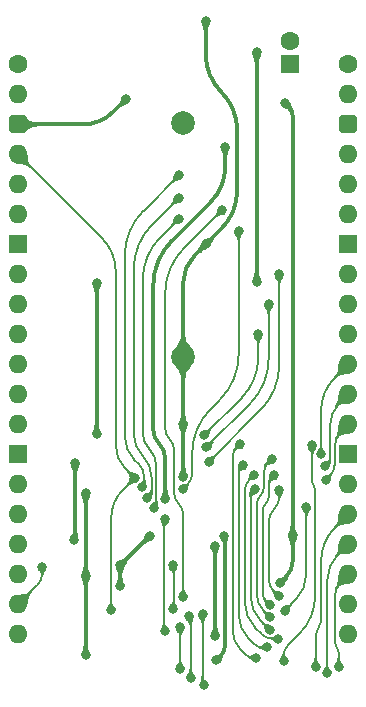
<source format=gbl>
%TF.GenerationSoftware,KiCad,Pcbnew,9.0.4*%
%TF.CreationDate,2025-09-19T09:14:31+02:00*%
%TF.ProjectId,Clock Device,436c6f63-6b20-4446-9576-6963652e6b69,V1*%
%TF.SameCoordinates,Original*%
%TF.FileFunction,Copper,L2,Bot*%
%TF.FilePolarity,Positive*%
%FSLAX46Y46*%
G04 Gerber Fmt 4.6, Leading zero omitted, Abs format (unit mm)*
G04 Created by KiCad (PCBNEW 9.0.4) date 2025-09-19 09:14:31*
%MOMM*%
%LPD*%
G01*
G04 APERTURE LIST*
G04 Aperture macros list*
%AMRoundRect*
0 Rectangle with rounded corners*
0 $1 Rounding radius*
0 $2 $3 $4 $5 $6 $7 $8 $9 X,Y pos of 4 corners*
0 Add a 4 corners polygon primitive as box body*
4,1,4,$2,$3,$4,$5,$6,$7,$8,$9,$2,$3,0*
0 Add four circle primitives for the rounded corners*
1,1,$1+$1,$2,$3*
1,1,$1+$1,$4,$5*
1,1,$1+$1,$6,$7*
1,1,$1+$1,$8,$9*
0 Add four rect primitives between the rounded corners*
20,1,$1+$1,$2,$3,$4,$5,0*
20,1,$1+$1,$4,$5,$6,$7,0*
20,1,$1+$1,$6,$7,$8,$9,0*
20,1,$1+$1,$8,$9,$2,$3,0*%
G04 Aperture macros list end*
%TA.AperFunction,ComponentPad*%
%ADD10C,1.600000*%
%TD*%
%TA.AperFunction,ComponentPad*%
%ADD11O,1.600000X1.600000*%
%TD*%
%TA.AperFunction,ComponentPad*%
%ADD12RoundRect,0.400000X-0.400000X-0.400000X0.400000X-0.400000X0.400000X0.400000X-0.400000X0.400000X0*%
%TD*%
%TA.AperFunction,ComponentPad*%
%ADD13R,1.600000X1.600000*%
%TD*%
%TA.AperFunction,ComponentPad*%
%ADD14C,2.000000*%
%TD*%
%TA.AperFunction,ComponentPad*%
%ADD15RoundRect,0.250000X0.550000X-0.550000X0.550000X0.550000X-0.550000X0.550000X-0.550000X-0.550000X0*%
%TD*%
%TA.AperFunction,ViaPad*%
%ADD16C,0.800000*%
%TD*%
%TA.AperFunction,Conductor*%
%ADD17C,0.380000*%
%TD*%
%TA.AperFunction,Conductor*%
%ADD18C,0.200000*%
%TD*%
G04 APERTURE END LIST*
D10*
%TO.P,J1,1,Pin_1*%
%TO.N,unconnected-(J1-Pin_1-Pad1)*%
X0Y0D03*
D11*
%TO.P,J1,2,Pin_2*%
%TO.N,unconnected-(J1-Pin_2-Pad2)*%
X0Y-2540000D03*
D12*
%TO.P,J1,3,Pin_3*%
%TO.N,12V*%
X0Y-5080000D03*
D11*
%TO.P,J1,4,Pin_4*%
%TO.N,~{Select}*%
X0Y-7620000D03*
%TO.P,J1,5,Pin_5*%
%TO.N,unconnected-(J1-Pin_5-Pad5)*%
X0Y-10160000D03*
%TO.P,J1,6,Pin_6*%
%TO.N,unconnected-(J1-Pin_6-Pad6)*%
X0Y-12700000D03*
D13*
%TO.P,J1,7,Pin_7*%
%TO.N,GND*%
X0Y-15240000D03*
D11*
%TO.P,J1,8,Pin_8*%
%TO.N,unconnected-(J1-Pin_8-Pad8)*%
X0Y-17780000D03*
%TO.P,J1,9,Pin_9*%
%TO.N,unconnected-(J1-Pin_9-Pad9)*%
X0Y-20320000D03*
%TO.P,J1,10,Pin_10*%
%TO.N,unconnected-(J1-Pin_10-Pad10)*%
X0Y-22860000D03*
%TO.P,J1,11,Pin_11*%
%TO.N,unconnected-(J1-Pin_11-Pad11)*%
X0Y-25400000D03*
%TO.P,J1,12,Pin_12*%
%TO.N,unconnected-(J1-Pin_12-Pad12)*%
X0Y-27940000D03*
%TO.P,J1,13,Pin_13*%
%TO.N,unconnected-(J1-Pin_13-Pad13)*%
X0Y-30480000D03*
D13*
%TO.P,J1,14,Pin_14*%
%TO.N,GND*%
X0Y-33020000D03*
D11*
%TO.P,J1,15,Pin_15*%
%TO.N,unconnected-(J1-Pin_15-Pad15)*%
X0Y-35560000D03*
%TO.P,J1,16,Pin_16*%
%TO.N,unconnected-(J1-Pin_16-Pad16)*%
X0Y-38100000D03*
%TO.P,J1,17,Pin_17*%
%TO.N,unconnected-(J1-Pin_17-Pad17)*%
X0Y-40640000D03*
%TO.P,J1,18,Pin_18*%
%TO.N,unconnected-(J1-Pin_18-Pad18)*%
X0Y-43180000D03*
%TO.P,J1,19,Pin_19*%
%TO.N,A3*%
X0Y-45720000D03*
%TO.P,J1,20,Pin_20*%
%TO.N,A4*%
X0Y-48260000D03*
%TD*%
D14*
%TO.P,J5,1,+*%
%TO.N,/3V Bat*%
X13970000Y-4953000D03*
%TO.P,J5,2,-*%
%TO.N,GND*%
X13970000Y-24753000D03*
%TD*%
D10*
%TO.P,J2,1,Pin_1*%
%TO.N,H0*%
X27940000Y0D03*
D11*
%TO.P,J2,2,Pin_2*%
%TO.N,H1*%
X27940000Y-2540000D03*
D12*
%TO.P,J2,3,Pin_3*%
%TO.N,~{INT}*%
X27940000Y-5080000D03*
D11*
%TO.P,J2,4,Pin_4*%
%TO.N,H2*%
X27940000Y-7620000D03*
%TO.P,J2,5,Pin_5*%
%TO.N,unconnected-(J2-Pin_5-Pad5)*%
X27940000Y-10160000D03*
%TO.P,J2,6,Pin_6*%
%TO.N,D0*%
X27940000Y-12700000D03*
D13*
%TO.P,J2,7,Pin_7*%
%TO.N,GND*%
X27940000Y-15240000D03*
D11*
%TO.P,J2,8,Pin_8*%
%TO.N,D1*%
X27940000Y-17780000D03*
%TO.P,J2,9,Pin_9*%
%TO.N,D2*%
X27940000Y-20320000D03*
%TO.P,J2,10,Pin_10*%
%TO.N,D3*%
X27940000Y-22860000D03*
%TO.P,J2,11,Pin_11*%
%TO.N,D4*%
X27940000Y-25400000D03*
%TO.P,J2,12,Pin_12*%
%TO.N,D5*%
X27940000Y-27940000D03*
%TO.P,J2,13,Pin_13*%
%TO.N,D6*%
X27940000Y-30480000D03*
D13*
%TO.P,J2,14,Pin_14*%
%TO.N,GND*%
X27940000Y-33020000D03*
D11*
%TO.P,J2,15,Pin_15*%
%TO.N,D7*%
X27940000Y-35560000D03*
%TO.P,J2,16,Pin_16*%
%TO.N,A0*%
X27940000Y-38100000D03*
%TO.P,J2,17,Pin_17*%
%TO.N,A1*%
X27940000Y-40640000D03*
%TO.P,J2,18,Pin_18*%
%TO.N,A2*%
X27940000Y-43180000D03*
%TO.P,J2,19,Pin_19*%
%TO.N,~{WD}*%
X27940000Y-45720000D03*
%TO.P,J2,20,Pin_20*%
%TO.N,~{RD}*%
X27940000Y-48260000D03*
%TD*%
D15*
%TO.P,C13,1*%
%TO.N,12V*%
X22987000Y0D03*
D10*
%TO.P,C13,2*%
%TO.N,GND*%
X22987000Y2000000D03*
%TD*%
D16*
%TO.N,/3.3V*%
X16637000Y-40744000D03*
X5715004Y-50038000D03*
X5715000Y-43307000D03*
X16679498Y-48387000D03*
X20193000Y1016000D03*
X6648998Y-18497002D03*
X20193000Y-18415000D03*
X6648998Y-31320000D03*
X5715000Y-36322000D03*
%TO.N,/~{CS}*%
X12445994Y-38481000D03*
X24396000Y-37465000D03*
X12446000Y-48006000D03*
X22558519Y-46264014D03*
%TO.N,GND*%
X4699000Y-40259000D03*
X11176006Y-39904000D03*
X8636000Y-44196000D03*
X13970000Y-30480000D03*
X15875000Y-15240000D03*
X17411000Y-39904000D03*
X16764000Y-50453000D03*
X4826000Y-33782000D03*
X13970000Y-34890997D03*
X8636000Y-42418000D03*
X15875000Y3683000D03*
%TO.N,~{Select}*%
X7874000Y-46228000D03*
X9868805Y-35007366D03*
%TO.N,H2*%
X11476703Y-37535053D03*
X13589000Y-13068994D03*
%TO.N,H1*%
X10922000Y-36703002D03*
X13589000Y-11303000D03*
%TO.N,H0*%
X13589000Y-9398000D03*
X10492426Y-35797448D03*
%TO.N,D6*%
X26035000Y-35179000D03*
%TO.N,D5*%
X26018969Y-34019975D03*
%TO.N,D4*%
X25642000Y-33020000D03*
%TO.N,D3*%
X20320000Y-22860000D03*
X15731224Y-31402403D03*
%TO.N,D2*%
X21209000Y-20320000D03*
X15924469Y-32434469D03*
%TO.N,D1*%
X22098000Y-17780000D03*
X16129000Y-33655000D03*
%TO.N,D0*%
X13970000Y-35941000D03*
X18669000Y-14097000D03*
%TO.N,A0*%
X13716000Y-47625000D03*
X25177748Y-51028746D03*
X13716000Y-51181000D03*
%TO.N,A1*%
X26162000Y-51562000D03*
X14478000Y-46736000D03*
X14605000Y-51943000D03*
%TO.N,A2*%
X15748000Y-52579261D03*
X15621000Y-46518992D03*
X27126331Y-51010461D03*
%TO.N,/5V*%
X12458000Y-36830001D03*
X17526000Y-6985000D03*
%TO.N,12V*%
X9144000Y-2921000D03*
%TO.N,/3V Bat*%
X22137502Y-43942000D03*
X23241000Y-39878000D03*
X22605996Y-3302000D03*
%TO.N,~{INT}*%
X13970000Y-45085000D03*
X17272000Y-12319000D03*
%TO.N,A3*%
X2031999Y-42544999D03*
X13081000Y-46101000D03*
X13075000Y-42424000D03*
%TO.N,/DQ3*%
X22479000Y-50546000D03*
X24892000Y-32250485D03*
%TO.N,/DQ7*%
X20020055Y-35985466D03*
X21297052Y-47863920D03*
%TO.N,/DQ1*%
X21693000Y-34798000D03*
X21333028Y-45778490D03*
%TO.N,/DQ2*%
X21463000Y-33442000D03*
X21357702Y-46828203D03*
%TO.N,/DQ0*%
X22051018Y-45012333D03*
X22098000Y-36068000D03*
%TO.N,/DQ4*%
X18796000Y-32142000D03*
X20166108Y-50236553D03*
%TO.N,/DQ6*%
X19938999Y-34798001D03*
X22035587Y-48610291D03*
%TO.N,/DQ5*%
X19072330Y-33931331D03*
X21093415Y-49360291D03*
%TD*%
D17*
%TO.N,12V*%
X8064500Y-4000500D02*
G75*
G02*
X5458356Y-5079996I-2606140J2606150D01*
G01*
%TO.N,/5V*%
X11944000Y-32137000D02*
G75*
G02*
X12457998Y-33377905I-1240900J-1240900D01*
G01*
X11430000Y-30896094D02*
G75*
G03*
X11943998Y-32137002I1754900J-6D01*
G01*
X13023792Y-14916207D02*
G75*
G03*
X11430002Y-18763963I3847758J-3847753D01*
G01*
X17526000Y-8699500D02*
G75*
G02*
X16313672Y-11626341I-4139200J0D01*
G01*
%TO.N,GND*%
X15875000Y869853D02*
G75*
G03*
X17208499Y-2349501I4552850J-3D01*
G01*
X14922500Y-16192500D02*
G75*
G03*
X13970016Y-18492038I2299500J-2299500D01*
G01*
X18542000Y-10687146D02*
G75*
G02*
X17208500Y-13906500I-4552870J6D01*
G01*
X4826000Y-40042197D02*
G75*
G02*
X4762501Y-40195501I-216800J-3D01*
G01*
X17468502Y-39961502D02*
G75*
G02*
X17525993Y-40100324I-138802J-138798D01*
G01*
X17526004Y-49152177D02*
G75*
G02*
X17145009Y-50072005I-1300804J-23D01*
G01*
X11163003Y-39904000D02*
G75*
G03*
X11140802Y-39913191I-3J-31400D01*
G01*
X17208500Y-2349500D02*
G75*
G02*
X18541996Y-5568853I-3219360J-3219350D01*
G01*
%TO.N,/3.3V*%
X16658249Y-40765249D02*
G75*
G02*
X16679520Y-40816548I-51349J-51351D01*
G01*
D18*
%TO.N,/DQ5*%
X18870665Y-34132996D02*
G75*
G03*
X18668963Y-34619858I486835J-486904D01*
G01*
X19988747Y-49071747D02*
G75*
G03*
X20685353Y-49360312I696653J696647D01*
G01*
X18669000Y-46614766D02*
G75*
G03*
X19473144Y-48556146I2745520J-4D01*
G01*
%TO.N,/DQ6*%
X20609469Y-48237783D02*
G75*
G03*
X21508782Y-48610312I899331J899283D01*
G01*
X19177000Y-45529002D02*
G75*
G03*
X20079487Y-47707803I3081300J2D01*
G01*
X19557999Y-35179000D02*
G75*
G03*
X19177006Y-36098814I919801J-919800D01*
G01*
%TO.N,/DQ4*%
X19267950Y-50001950D02*
G75*
G03*
X19834330Y-50236540I566350J566350D01*
G01*
X18161000Y-47946378D02*
G75*
G03*
X18831760Y-49565792I2290200J-22D01*
G01*
X18478500Y-32459500D02*
G75*
G03*
X18161005Y-33226012I766500J-766500D01*
G01*
%TO.N,/DQ0*%
X22098000Y-36639500D02*
G75*
G02*
X21693884Y-37615107I-1379700J0D01*
G01*
X21659500Y-37649500D02*
G75*
G03*
X21221014Y-38708132I1058600J-1058600D01*
G01*
X21221000Y-43595403D02*
G75*
G03*
X21636017Y-44597316I1416900J3D01*
G01*
%TO.N,/DQ2*%
X20501000Y-36533630D02*
G75*
G03*
X20193012Y-37277207I743600J-743570D01*
G01*
X20193000Y-44839932D02*
G75*
G03*
X20775352Y-46245851I1988270J2D01*
G01*
X21136000Y-33769000D02*
G75*
G03*
X20809020Y-34558447I789400J-789400D01*
G01*
X20809000Y-35790052D02*
G75*
G02*
X20500978Y-36533608I-1051600J52D01*
G01*
%TO.N,/DQ1*%
X20955000Y-37211000D02*
G75*
G03*
X20701004Y-37824210I613200J-613200D01*
G01*
X20701000Y-44699550D02*
G75*
G03*
X21016997Y-45462493I1078900J-50D01*
G01*
X21451000Y-35040000D02*
G75*
G03*
X21209016Y-35624239I584200J-584200D01*
G01*
X21209000Y-36597789D02*
G75*
G02*
X20955003Y-37211003I-867200J-11D01*
G01*
%TO.N,/DQ7*%
X19852527Y-36152993D02*
G75*
G03*
X19685035Y-36557440I404473J-404407D01*
G01*
X19685000Y-45111975D02*
G75*
G03*
X20491025Y-47057895I2751940J-5D01*
G01*
%TO.N,/DQ3*%
X24892000Y-35380394D02*
G75*
G03*
X25018998Y-35687002I433600J-6D01*
G01*
X22838210Y-49170789D02*
G75*
G03*
X22478993Y-50038000I867190J-867211D01*
G01*
X25019000Y-35687000D02*
G75*
G02*
X25145998Y-35993605I-306600J-306600D01*
G01*
X25146000Y-44977146D02*
G75*
G02*
X23812500Y-48196500I-4552870J6D01*
G01*
%TO.N,A3*%
X2031999Y-43116500D02*
G75*
G02*
X1627887Y-44092114I-1379729J0D01*
G01*
X13135500Y-42484500D02*
G75*
G02*
X13196017Y-42630559I-146100J-146100D01*
G01*
X13196000Y-45904682D02*
G75*
G02*
X13138505Y-46043505I-196300J-18D01*
G01*
%TO.N,~{INT}*%
X12446000Y-30830184D02*
G75*
G03*
X12826995Y-31750005I1300800J-16D01*
G01*
X13589000Y-37211000D02*
G75*
G02*
X13969994Y-38130815I-919800J-919800D01*
G01*
X12827000Y-31750000D02*
G75*
G02*
X13207994Y-32669815I-919800J-919800D01*
G01*
X13208000Y-36291184D02*
G75*
G03*
X13588995Y-37211005I1300800J-16D01*
G01*
X14039792Y-15551207D02*
G75*
G03*
X12446002Y-19398963I3847758J-3847753D01*
G01*
D17*
%TO.N,/3V Bat*%
X22923498Y-3619502D02*
G75*
G02*
X23240992Y-4386019I-766498J-766498D01*
G01*
X23241000Y-42058211D02*
G75*
G02*
X22689248Y-43390248I-1883800J11D01*
G01*
D18*
%TO.N,A2*%
X26790500Y-48911531D02*
G75*
G03*
X26958431Y-49316899I573300J31D01*
G01*
X26958415Y-49316915D02*
G75*
G02*
X27126322Y-49722299I-405415J-405385D01*
G01*
X27365250Y-43754750D02*
G75*
G03*
X26790508Y-45142319I1387550J-1387550D01*
G01*
X15621000Y-52362458D02*
G75*
G03*
X15684480Y-52515781I216800J-42D01*
G01*
%TO.N,A1*%
X27051000Y-41529000D02*
G75*
G03*
X26162015Y-43675235I2146200J-2146200D01*
G01*
X14541500Y-46799500D02*
G75*
G02*
X14604999Y-46952802I-153300J-153300D01*
G01*
%TO.N,A0*%
X26797000Y-39243000D02*
G75*
G03*
X25654019Y-42002446I2759400J-2759400D01*
G01*
X25415874Y-47736126D02*
G75*
G03*
X25177739Y-48311013I574826J-574874D01*
G01*
X25654000Y-47161238D02*
G75*
G02*
X25415852Y-47736104I-813000J38D01*
G01*
%TO.N,D0*%
X16303544Y-29162454D02*
G75*
G03*
X14732002Y-32956500I3794056J-3794046D01*
G01*
X18669000Y-24543036D02*
G75*
G02*
X17075206Y-28390791I-5441560J6D01*
G01*
X14732000Y-34640184D02*
G75*
G02*
X14351005Y-35560005I-1300800J-16D01*
G01*
%TO.N,D1*%
X22098000Y-25432036D02*
G75*
G02*
X20504206Y-29279791I-5441560J6D01*
G01*
%TO.N,D2*%
X21209000Y-24895974D02*
G75*
G02*
X19615207Y-28743730I-5441560J4D01*
G01*
%TO.N,D3*%
X20320000Y-24836813D02*
G75*
G02*
X18922185Y-28211449I-4772500J13D01*
G01*
%TO.N,D4*%
X26791000Y-26549000D02*
G75*
G03*
X25642013Y-29322931I2773900J-2773900D01*
G01*
%TO.N,D5*%
X27166000Y-28714000D02*
G75*
G03*
X26392001Y-30582601I1868600J-1868600D01*
G01*
X26392000Y-33383171D02*
G75*
G02*
X26205498Y-33833473I-636800J-29D01*
G01*
%TO.N,D6*%
X27366000Y-31054000D02*
G75*
G03*
X26791954Y-32439758I1385700J-1385800D01*
G01*
X26792000Y-33886720D02*
G75*
G02*
X26413494Y-34800494I-1292300J20D01*
G01*
%TO.N,H0*%
X10668008Y-35497710D02*
G75*
G02*
X10580206Y-35709646I-299708J10D01*
G01*
X9017000Y-31471561D02*
G75*
G03*
X9842504Y-33464504I2818450J1D01*
G01*
X10197125Y-33819125D02*
G75*
G02*
X10667978Y-34955937I-1136825J-1136775D01*
G01*
X10610792Y-12376207D02*
G75*
G03*
X9017002Y-16223963I3847758J-3847753D01*
G01*
%TO.N,H1*%
X10534500Y-33140500D02*
G75*
G02*
X11290001Y-34964438I-1823940J-1823940D01*
G01*
X11372792Y-13519207D02*
G75*
G03*
X9779002Y-17366963I3847758J-3847753D01*
G01*
X9779000Y-31316561D02*
G75*
G03*
X10534500Y-33140500I2579440J1D01*
G01*
X11290000Y-36074786D02*
G75*
G02*
X11106003Y-36519005I-628200J-14D01*
G01*
%TO.N,H2*%
X11690000Y-37170932D02*
G75*
G02*
X11583331Y-37428384I-364100J32D01*
G01*
X10541000Y-31191534D02*
G75*
G03*
X11115498Y-32578502I1961460J-6D01*
G01*
X12065000Y-14592994D02*
G75*
G03*
X10541001Y-18272255I3679250J-3679256D01*
G01*
X11115500Y-32578500D02*
G75*
G02*
X11690014Y-33965465I-1387000J-1387000D01*
G01*
%TO.N,~{Select}*%
X8871402Y-36004768D02*
G75*
G03*
X7873994Y-38412711I2407898J-2407932D01*
G01*
X8255000Y-32252428D02*
G75*
G03*
X9061903Y-34200462I2754930J-2D01*
G01*
X5968996Y-13588996D02*
X5968998Y-13589002D01*
X5968992Y-13588992D02*
X5968996Y-13588996D01*
X7111998Y-14732002D02*
G75*
G02*
X8254999Y-17491452I-2759448J-2759448D01*
G01*
X5968996Y-13588996D02*
X5968997Y-13589001D01*
X5968994Y-13588994D02*
X5968996Y-13588996D01*
X5968998Y-13589002D02*
X5968992Y-13588992D01*
X5968997Y-13589001D02*
X5968994Y-13588994D01*
%TO.N,/~{CS}*%
X12331000Y-47809682D02*
G75*
G03*
X12388495Y-47948505I196300J-18D01*
G01*
X12388497Y-38538497D02*
G75*
G03*
X12331003Y-38677307I138803J-138803D01*
G01*
X24396000Y-43127237D02*
G75*
G02*
X23477258Y-45345272I-3136790J7D01*
G01*
D17*
%TO.N,/3.3V*%
X6648998Y-31320000D02*
X6648998Y-18497002D01*
X16679498Y-40816548D02*
X16679498Y-48387000D01*
X5715004Y-43307004D02*
X5715004Y-50038000D01*
X20193000Y1016000D02*
X20193000Y-18415000D01*
X5715000Y-43307000D02*
X5715000Y-36322000D01*
X16658249Y-40765249D02*
X16637000Y-40744000D01*
X5715000Y-43307000D02*
X5715004Y-43307004D01*
D18*
%TO.N,/~{CS}*%
X12331000Y-47809682D02*
X12331000Y-38677307D01*
X22558519Y-46264014D02*
X23477259Y-45345273D01*
X12445994Y-38481000D02*
X12388497Y-38538497D01*
X24396000Y-37465000D02*
X24396000Y-43127237D01*
X12446000Y-48006000D02*
X12388500Y-47948500D01*
D17*
%TO.N,GND*%
X4826000Y-40042197D02*
X4826000Y-33782000D01*
X4762500Y-40195500D02*
X4699000Y-40259000D01*
X13970000Y-30480000D02*
X13970000Y-34890997D01*
X17145002Y-50071998D02*
X16764000Y-50453000D01*
X15875000Y869853D02*
X15875000Y3683000D01*
X17208500Y-13906500D02*
X15875000Y-15240000D01*
X17411000Y-39904000D02*
X17468502Y-39961502D01*
X13970000Y-18492038D02*
X13970000Y-24753000D01*
X14922500Y-16192500D02*
X15875000Y-15240000D01*
X13970000Y-30480000D02*
X13970000Y-24753000D01*
X18542000Y-10687146D02*
X18542000Y-5568853D01*
X8636000Y-42418000D02*
X11140805Y-39913194D01*
X17526004Y-40100324D02*
X17526004Y-49152177D01*
X8636000Y-42418000D02*
X8636000Y-44196000D01*
X11176006Y-39904000D02*
X11163003Y-39904000D01*
D18*
%TO.N,~{Select}*%
X7874000Y-38412711D02*
X7874000Y-46228000D01*
X5968998Y-13589002D02*
X7111998Y-14732002D01*
X8871402Y-36004768D02*
X9868805Y-35007366D01*
X8255000Y-32252428D02*
X8255000Y-17491452D01*
X9061902Y-34200463D02*
X9868805Y-35007366D01*
X5968992Y-13588992D02*
X0Y-7620000D01*
%TO.N,H2*%
X10541000Y-31191534D02*
X10541000Y-18272255D01*
X11476703Y-37535053D02*
X11583351Y-37428404D01*
X11690000Y-37170932D02*
X11690000Y-33965465D01*
X13589000Y-13068994D02*
X12065000Y-14592994D01*
%TO.N,H1*%
X13589000Y-11303000D02*
X11372792Y-13519207D01*
X9779000Y-17366963D02*
X9779000Y-31316561D01*
X11290000Y-34964438D02*
X11290000Y-36074786D01*
X10922000Y-36703002D02*
X11106000Y-36519002D01*
%TO.N,H0*%
X13589000Y-9398000D02*
X10610792Y-12376207D01*
X9842504Y-33464504D02*
X10197125Y-33819125D01*
X9017000Y-31471561D02*
X9017000Y-16223963D01*
X10668008Y-35497710D02*
X10668008Y-34955937D01*
X10580217Y-35709657D02*
X10492426Y-35797448D01*
%TO.N,D6*%
X27366000Y-31054000D02*
X27940000Y-30480000D01*
X26792000Y-32439758D02*
X26792000Y-33886720D01*
X26413500Y-34800500D02*
X26035000Y-35179000D01*
%TO.N,D5*%
X26018969Y-34019975D02*
X26205484Y-33833459D01*
X26392000Y-30582601D02*
X26392000Y-33383171D01*
X27166000Y-28714000D02*
X27940000Y-27940000D01*
%TO.N,D4*%
X26791000Y-26549000D02*
X27940000Y-25400000D01*
X25642000Y-33020000D02*
X25642000Y-29322931D01*
%TO.N,D3*%
X18922181Y-28211445D02*
X15731224Y-31402403D01*
X20320000Y-22860000D02*
X20320000Y-24836813D01*
%TO.N,D2*%
X15924469Y-32434469D02*
X19615207Y-28743730D01*
X21209000Y-20320000D02*
X21209000Y-24895974D01*
%TO.N,D1*%
X22098000Y-17780000D02*
X22098000Y-25432036D01*
X20504207Y-29279792D02*
X16129000Y-33655000D01*
%TO.N,D0*%
X18669000Y-24543036D02*
X18669000Y-14097000D01*
X13970000Y-35941000D02*
X14351000Y-35560000D01*
X16303544Y-29162454D02*
X17075207Y-28390792D01*
X14732000Y-32956500D02*
X14732000Y-34640184D01*
%TO.N,A0*%
X13716000Y-51181000D02*
X13716000Y-47625000D01*
X25654000Y-42002446D02*
X25654000Y-47161238D01*
X26797000Y-39243000D02*
X27940000Y-38100000D01*
X25177748Y-51028746D02*
X25177748Y-48311013D01*
%TO.N,A1*%
X27051000Y-41529000D02*
X27940000Y-40640000D01*
X14605000Y-51943000D02*
X14605000Y-46952802D01*
X26162000Y-43675235D02*
X26162000Y-51562000D01*
X14541500Y-46799500D02*
X14478000Y-46736000D01*
%TO.N,A2*%
X27365250Y-43754750D02*
X27940000Y-43180000D01*
X26790500Y-48911531D02*
X26790500Y-45142319D01*
X27126331Y-49722299D02*
X27126331Y-51010461D01*
X15621000Y-52362458D02*
X15621000Y-46518992D01*
X15748000Y-52579261D02*
X15684500Y-52515761D01*
D17*
%TO.N,/5V*%
X11430000Y-30896094D02*
X11430000Y-18763963D01*
X13023792Y-14916207D02*
X16313665Y-11626334D01*
X12458000Y-33377905D02*
X12458000Y-36830001D01*
X17526000Y-6985000D02*
X17526000Y-8699500D01*
%TO.N,12V*%
X8064500Y-4000500D02*
X9144000Y-2921000D01*
X5458356Y-5080000D02*
X0Y-5080000D01*
%TO.N,/3V Bat*%
X23241000Y-39878000D02*
X23241000Y-42058211D01*
X22137502Y-43942000D02*
X22689251Y-43390251D01*
X22923498Y-3619502D02*
X22605996Y-3302000D01*
X23241000Y-4386019D02*
X23241000Y-39878000D01*
D18*
%TO.N,~{INT}*%
X12446000Y-30830184D02*
X12446000Y-19398963D01*
X13970000Y-38130815D02*
X13970000Y-45085000D01*
X13208000Y-32669815D02*
X13208000Y-36291184D01*
X14039792Y-15551207D02*
X17272000Y-12319000D01*
%TO.N,A3*%
X13196000Y-42630559D02*
X13196000Y-45904682D01*
X1627886Y-44092113D02*
X0Y-45720000D01*
X2031999Y-43116500D02*
X2031999Y-42544999D01*
X13081000Y-46101000D02*
X13138500Y-46043500D01*
X13135500Y-42484500D02*
X13075000Y-42424000D01*
%TO.N,/DQ3*%
X24892000Y-35380394D02*
X24892000Y-32250485D01*
X22479000Y-50546000D02*
X22479000Y-50038000D01*
X22838210Y-49170789D02*
X23812500Y-48196500D01*
X25146000Y-35993605D02*
X25146000Y-44977146D01*
%TO.N,/DQ7*%
X19685000Y-36557440D02*
X19685000Y-45111975D01*
X19852527Y-36152993D02*
X20020055Y-35985466D01*
X21297052Y-47863920D02*
X20491026Y-47057894D01*
%TO.N,/DQ1*%
X21017014Y-45462476D02*
X21333028Y-45778490D01*
X21451000Y-35040000D02*
X21693000Y-34798000D01*
X20701000Y-37824210D02*
X20701000Y-44699550D01*
X21209000Y-35624239D02*
X21209000Y-36597789D01*
%TO.N,/DQ2*%
X20809000Y-34558447D02*
X20809000Y-35790052D01*
X21357702Y-46828203D02*
X20775351Y-46245852D01*
X21463000Y-33442000D02*
X21136000Y-33769000D01*
X20193000Y-37277207D02*
X20193000Y-44839932D01*
%TO.N,/DQ0*%
X22098000Y-36639500D02*
X22098000Y-36068000D01*
X22051018Y-45012333D02*
X21636009Y-44597324D01*
X21693888Y-37615111D02*
X21659500Y-37649500D01*
X21221000Y-38708132D02*
X21221000Y-43595403D01*
%TO.N,/DQ4*%
X18796000Y-32142000D02*
X18478500Y-32459500D01*
X19267950Y-50001950D02*
X18831776Y-49565776D01*
X19834330Y-50236553D02*
X20166108Y-50236553D01*
X18161000Y-47946378D02*
X18161000Y-33226012D01*
%TO.N,/DQ6*%
X19177000Y-45529002D02*
X19177000Y-36098814D01*
X19557999Y-35179000D02*
X19938999Y-34798001D01*
X21508782Y-48610291D02*
X22035587Y-48610291D01*
X20609469Y-48237783D02*
X20079488Y-47707802D01*
%TO.N,/DQ5*%
X18870665Y-34132996D02*
X19072330Y-33931331D01*
X18669000Y-34619858D02*
X18669000Y-46614766D01*
X19988747Y-49071747D02*
X19473145Y-48556145D01*
X20685353Y-49360291D02*
X21093415Y-49360291D01*
%TD*%
%TA.AperFunction,Conductor*%
%TO.N,/DQ5*%
G36*
X19067572Y-33929393D02*
G01*
X19075029Y-33934349D01*
X19075055Y-33934387D01*
X19287524Y-34253359D01*
X19289258Y-34262144D01*
X19284272Y-34269583D01*
X19283463Y-34270075D01*
X19219921Y-34305335D01*
X19218317Y-34306073D01*
X19145778Y-34333009D01*
X19144173Y-34333478D01*
X19006260Y-34363243D01*
X19006124Y-34363271D01*
X18911933Y-34382425D01*
X18911918Y-34382429D01*
X18838102Y-34416108D01*
X18811835Y-34441470D01*
X18791423Y-34475326D01*
X18791422Y-34475329D01*
X18776171Y-34525466D01*
X18770798Y-34579946D01*
X18766576Y-34587842D01*
X18758872Y-34590494D01*
X18581963Y-34586220D01*
X18573775Y-34582594D01*
X18570549Y-34574240D01*
X18570568Y-34573805D01*
X18588389Y-34296024D01*
X18588585Y-34294516D01*
X18593394Y-34270075D01*
X18629346Y-34087339D01*
X18629385Y-34087153D01*
X18662459Y-33934387D01*
X18677588Y-33864509D01*
X18682687Y-33857151D01*
X18691276Y-33855506D01*
X19067572Y-33929393D01*
G37*
%TD.AperFunction*%
%TD*%
%TA.AperFunction,Conductor*%
%TO.N,/DQ4*%
G36*
X20084442Y-49849059D02*
G01*
X20090307Y-49855826D01*
X20090677Y-49857219D01*
X20165979Y-50232327D01*
X20164248Y-50241113D01*
X20164220Y-50241154D01*
X19950228Y-50559691D01*
X19942770Y-50564648D01*
X19934261Y-50563055D01*
X19643292Y-50378979D01*
X19352857Y-50195242D01*
X19347697Y-50187923D01*
X19349224Y-50179099D01*
X19349342Y-50178917D01*
X19447743Y-50031647D01*
X19455186Y-50026674D01*
X19463322Y-50028018D01*
X19511153Y-50055657D01*
X19561928Y-50074646D01*
X19607440Y-50081253D01*
X19648973Y-50077230D01*
X19725238Y-50044300D01*
X19800996Y-49989871D01*
X19839214Y-49960954D01*
X19840082Y-49960360D01*
X19956677Y-49888313D01*
X19959118Y-49887171D01*
X20075510Y-49848421D01*
X20084442Y-49849059D01*
G37*
%TD.AperFunction*%
%TD*%
%TA.AperFunction,Conductor*%
%TO.N,/DQ1*%
G36*
X21688411Y-34796080D02*
G01*
X21695868Y-34801037D01*
X21695896Y-34801078D01*
X21908161Y-35119971D01*
X21909892Y-35128757D01*
X21904904Y-35136194D01*
X21904042Y-35136715D01*
X21832471Y-35175918D01*
X21830675Y-35176714D01*
X21751959Y-35203948D01*
X21750076Y-35204429D01*
X21602869Y-35229212D01*
X21602600Y-35229254D01*
X21513592Y-35242110D01*
X21432375Y-35272089D01*
X21432374Y-35272090D01*
X21400969Y-35296794D01*
X21400962Y-35296801D01*
X21373918Y-35330990D01*
X21373916Y-35330994D01*
X21349583Y-35381798D01*
X21349578Y-35381812D01*
X21334156Y-35438390D01*
X21328674Y-35445471D01*
X21320586Y-35446788D01*
X21146844Y-35412235D01*
X21139398Y-35407261D01*
X21137651Y-35398478D01*
X21137688Y-35398299D01*
X21180407Y-35204472D01*
X21180533Y-35203959D01*
X21180536Y-35203948D01*
X21217912Y-35064900D01*
X21219376Y-35059705D01*
X21256169Y-34922322D01*
X21298229Y-34731132D01*
X21303353Y-34723791D01*
X21311908Y-34722167D01*
X21688411Y-34796080D01*
G37*
%TD.AperFunction*%
%TD*%
%TA.AperFunction,Conductor*%
%TO.N,/DQ7*%
G36*
X19639465Y-35909732D02*
G01*
X19991506Y-35978860D01*
X20015273Y-35983527D01*
X20022731Y-35988484D01*
X20022756Y-35988521D01*
X20235042Y-36307184D01*
X20236777Y-36315969D01*
X20231792Y-36323408D01*
X20230686Y-36324060D01*
X20117570Y-36382647D01*
X20115846Y-36383372D01*
X20002226Y-36420755D01*
X20002123Y-36420788D01*
X19924575Y-36445511D01*
X19924563Y-36445516D01*
X19849598Y-36486551D01*
X19849597Y-36486551D01*
X19823692Y-36514312D01*
X19823689Y-36514317D01*
X19803953Y-36550250D01*
X19803953Y-36550252D01*
X19789869Y-36602440D01*
X19789869Y-36602441D01*
X19785785Y-36658917D01*
X19781770Y-36666921D01*
X19774115Y-36669773D01*
X19596498Y-36669773D01*
X19588225Y-36666346D01*
X19584800Y-36658277D01*
X19580801Y-36428924D01*
X19580800Y-36428840D01*
X19580718Y-36420788D01*
X19579073Y-36259917D01*
X19579116Y-36258810D01*
X19591777Y-36114715D01*
X19591905Y-36113742D01*
X19625694Y-35919212D01*
X19630486Y-35911648D01*
X19639223Y-35909688D01*
X19639465Y-35909732D01*
G37*
%TD.AperFunction*%
%TD*%
%TA.AperFunction,Conductor*%
%TO.N,D5*%
G36*
X26488073Y-33351654D02*
G01*
X26491500Y-33359927D01*
X26491500Y-33365273D01*
X26491495Y-33365613D01*
X26481714Y-33702358D01*
X26481548Y-33704009D01*
X26427721Y-34015754D01*
X26427665Y-34016056D01*
X26413568Y-34086576D01*
X26408586Y-34094017D01*
X26399841Y-34095764D01*
X26023750Y-34021913D01*
X26016292Y-34016956D01*
X26016267Y-34016919D01*
X26014798Y-34014715D01*
X25803706Y-33697843D01*
X25801972Y-33689060D01*
X25806957Y-33681621D01*
X25807652Y-33681192D01*
X25866553Y-33647754D01*
X25867930Y-33647089D01*
X25935594Y-33619767D01*
X25936962Y-33619312D01*
X26065154Y-33585478D01*
X26065161Y-33585507D01*
X26065260Y-33585451D01*
X26154083Y-33562933D01*
X26227720Y-33526039D01*
X26253447Y-33499632D01*
X26273081Y-33464941D01*
X26287135Y-33414079D01*
X26291199Y-33359064D01*
X26295226Y-33351067D01*
X26302867Y-33348227D01*
X26479800Y-33348227D01*
X26488073Y-33351654D01*
G37*
%TD.AperFunction*%
%TD*%
%TA.AperFunction,Conductor*%
%TO.N,H1*%
G36*
X11386073Y-36033013D02*
G01*
X11389500Y-36041286D01*
X11389500Y-36108953D01*
X11388604Y-36250864D01*
X11388586Y-36251430D01*
X11380309Y-36402587D01*
X11380207Y-36403621D01*
X11358880Y-36551185D01*
X11358787Y-36551734D01*
X11330102Y-36699983D01*
X11318099Y-36762013D01*
X11318087Y-36762073D01*
X11316591Y-36769591D01*
X11311615Y-36777037D01*
X11302862Y-36778789D01*
X10926781Y-36704940D01*
X10919323Y-36699983D01*
X10919298Y-36699946D01*
X10820197Y-36551185D01*
X10706725Y-36380852D01*
X10704991Y-36372068D01*
X10709976Y-36364629D01*
X10710641Y-36364218D01*
X10721121Y-36358245D01*
X10723874Y-36357114D01*
X10724210Y-36357025D01*
X10769945Y-36330619D01*
X10771348Y-36329931D01*
X10803997Y-36316562D01*
X10836813Y-36303126D01*
X10838173Y-36302664D01*
X10964372Y-36268313D01*
X10964482Y-36268283D01*
X11051877Y-36245408D01*
X11125681Y-36208011D01*
X11151430Y-36181442D01*
X11171078Y-36146603D01*
X11185135Y-36095595D01*
X11189201Y-36040425D01*
X11193226Y-36032427D01*
X11200869Y-36029586D01*
X11377800Y-36029586D01*
X11386073Y-36033013D01*
G37*
%TD.AperFunction*%
%TD*%
%TA.AperFunction,Conductor*%
%TO.N,H2*%
G36*
X11786971Y-36801970D02*
G01*
X11790391Y-36809839D01*
X11800009Y-37087920D01*
X11840389Y-37316845D01*
X11866669Y-37445522D01*
X11864967Y-37454313D01*
X11857547Y-37459326D01*
X11857517Y-37459333D01*
X11481484Y-37535089D01*
X11472697Y-37533363D01*
X11472653Y-37533334D01*
X11154656Y-37319900D01*
X11149696Y-37312444D01*
X11151461Y-37303665D01*
X11152012Y-37302911D01*
X11205153Y-37236208D01*
X11206484Y-37234798D01*
X11213926Y-37228137D01*
X11215846Y-37226747D01*
X11290716Y-37183522D01*
X11337411Y-37136826D01*
X11339521Y-37135157D01*
X11394798Y-37101052D01*
X11395176Y-37100829D01*
X11449567Y-37070363D01*
X11525077Y-37011180D01*
X11551270Y-36975621D01*
X11571357Y-36931569D01*
X11585170Y-36872485D01*
X11586968Y-36844953D01*
X11589286Y-36809480D01*
X11593245Y-36801448D01*
X11600961Y-36798543D01*
X11778698Y-36798543D01*
X11786971Y-36801970D01*
G37*
%TD.AperFunction*%
%TD*%
%TA.AperFunction,Conductor*%
%TO.N,/3.3V*%
G36*
X7028959Y-18572549D02*
G01*
X7036392Y-18577543D01*
X7038118Y-18586330D01*
X7037915Y-18587172D01*
X6988262Y-18764580D01*
X6987669Y-18766217D01*
X6930054Y-18894604D01*
X6929929Y-18894874D01*
X6901517Y-18954113D01*
X6901510Y-18954131D01*
X6856819Y-19088382D01*
X6843725Y-19177148D01*
X6839470Y-19278109D01*
X6835697Y-19286230D01*
X6827780Y-19289316D01*
X6470089Y-19289316D01*
X6461816Y-19285889D01*
X6458406Y-19278240D01*
X6451714Y-19153000D01*
X6431992Y-19050631D01*
X6403025Y-18968963D01*
X6368036Y-18894813D01*
X6367971Y-18894672D01*
X6367940Y-18894604D01*
X6312562Y-18772059D01*
X6311966Y-18770426D01*
X6260124Y-18587197D01*
X6261169Y-18578304D01*
X6268197Y-18572754D01*
X6269058Y-18572544D01*
X6646690Y-18496467D01*
X6651306Y-18496467D01*
X7028959Y-18572549D01*
G37*
%TD.AperFunction*%
%TD*%
%TA.AperFunction,Conductor*%
%TO.N,/3.3V*%
G36*
X6836180Y-30531113D02*
G01*
X6839590Y-30538762D01*
X6846281Y-30664001D01*
X6857479Y-30722121D01*
X6866004Y-30766371D01*
X6866005Y-30766373D01*
X6894971Y-30848038D01*
X6894971Y-30848040D01*
X6929943Y-30922153D01*
X6930024Y-30922328D01*
X6985432Y-31044941D01*
X6986028Y-31046574D01*
X7037871Y-31229804D01*
X7036826Y-31238697D01*
X7029798Y-31244247D01*
X7028924Y-31244459D01*
X6651309Y-31320534D01*
X6646687Y-31320534D01*
X6269036Y-31244452D01*
X6261603Y-31239458D01*
X6259877Y-31230671D01*
X6260080Y-31229829D01*
X6309733Y-31052419D01*
X6310323Y-31050788D01*
X6367972Y-30922328D01*
X6368039Y-30922182D01*
X6396483Y-30862876D01*
X6441177Y-30728614D01*
X6454270Y-30639856D01*
X6458526Y-30538893D01*
X6462299Y-30530772D01*
X6470216Y-30527686D01*
X6827907Y-30527686D01*
X6836180Y-30531113D01*
G37*
%TD.AperFunction*%
%TD*%
%TA.AperFunction,Conductor*%
%TO.N,/3.3V*%
G36*
X17017311Y-40819617D02*
G01*
X17024743Y-40824611D01*
X17026469Y-40833398D01*
X17026352Y-40833917D01*
X16985007Y-40999797D01*
X16984705Y-41000810D01*
X16941521Y-41124976D01*
X16941438Y-41125205D01*
X16931485Y-41152012D01*
X16931481Y-41152025D01*
X16887317Y-41304570D01*
X16887315Y-41304580D01*
X16874224Y-41404949D01*
X16874223Y-41404964D01*
X16869904Y-41525035D01*
X16866182Y-41533179D01*
X16858212Y-41536314D01*
X16500440Y-41536314D01*
X16492167Y-41532887D01*
X16488766Y-41525396D01*
X16480477Y-41401702D01*
X16480476Y-41401695D01*
X16456214Y-41301049D01*
X16456214Y-41301048D01*
X16420909Y-41221619D01*
X16420906Y-41221612D01*
X16378867Y-41150855D01*
X16378633Y-41150441D01*
X16364971Y-41125078D01*
X16297479Y-40999778D01*
X16296761Y-40998163D01*
X16269026Y-40920361D01*
X16268690Y-40919246D01*
X16247615Y-40833897D01*
X16248959Y-40825044D01*
X16256169Y-40819734D01*
X16256663Y-40819623D01*
X16256693Y-40819617D01*
X16634692Y-40743465D01*
X16639308Y-40743465D01*
X17017311Y-40819617D01*
G37*
%TD.AperFunction*%
%TD*%
%TA.AperFunction,Conductor*%
%TO.N,/3.3V*%
G36*
X16866680Y-47598113D02*
G01*
X16870090Y-47605762D01*
X16876781Y-47731001D01*
X16887979Y-47789121D01*
X16896504Y-47833371D01*
X16896505Y-47833373D01*
X16925471Y-47915038D01*
X16925471Y-47915040D01*
X16960443Y-47989153D01*
X16960524Y-47989328D01*
X17015932Y-48111941D01*
X17016528Y-48113574D01*
X17068371Y-48296804D01*
X17067326Y-48305697D01*
X17060298Y-48311247D01*
X17059424Y-48311459D01*
X16681809Y-48387534D01*
X16677187Y-48387534D01*
X16299536Y-48311452D01*
X16292103Y-48306458D01*
X16290377Y-48297671D01*
X16290580Y-48296829D01*
X16340233Y-48119419D01*
X16340823Y-48117788D01*
X16398472Y-47989328D01*
X16398539Y-47989182D01*
X16426983Y-47929876D01*
X16471677Y-47795614D01*
X16484770Y-47706856D01*
X16489026Y-47605893D01*
X16492799Y-47597772D01*
X16500716Y-47594686D01*
X16858407Y-47594686D01*
X16866680Y-47598113D01*
G37*
%TD.AperFunction*%
%TD*%
%TA.AperFunction,Conductor*%
%TO.N,/3.3V*%
G36*
X5902186Y-49249113D02*
G01*
X5905596Y-49256762D01*
X5912287Y-49382001D01*
X5923485Y-49440121D01*
X5932010Y-49484371D01*
X5932011Y-49484373D01*
X5960977Y-49566038D01*
X5960977Y-49566040D01*
X5995949Y-49640153D01*
X5996030Y-49640328D01*
X6051438Y-49762941D01*
X6052034Y-49764574D01*
X6103877Y-49947804D01*
X6102832Y-49956697D01*
X6095804Y-49962247D01*
X6094930Y-49962459D01*
X5717315Y-50038534D01*
X5712693Y-50038534D01*
X5335042Y-49962452D01*
X5327609Y-49957458D01*
X5325883Y-49948671D01*
X5326086Y-49947829D01*
X5375739Y-49770419D01*
X5376329Y-49768788D01*
X5433978Y-49640328D01*
X5434045Y-49640182D01*
X5462489Y-49580876D01*
X5507183Y-49446614D01*
X5520276Y-49357856D01*
X5524532Y-49256893D01*
X5528305Y-49248772D01*
X5536222Y-49245686D01*
X5893913Y-49245686D01*
X5902186Y-49249113D01*
G37*
%TD.AperFunction*%
%TD*%
%TA.AperFunction,Conductor*%
%TO.N,/3.3V*%
G36*
X6094961Y-43382547D02*
G01*
X6102394Y-43387541D01*
X6104120Y-43396328D01*
X6103917Y-43397170D01*
X6054265Y-43574577D01*
X6053672Y-43576214D01*
X5996058Y-43704601D01*
X5995933Y-43704871D01*
X5967522Y-43764107D01*
X5967515Y-43764124D01*
X5922825Y-43898378D01*
X5909731Y-43987145D01*
X5905476Y-44088107D01*
X5901703Y-44096228D01*
X5893786Y-44099314D01*
X5536095Y-44099314D01*
X5527822Y-44095887D01*
X5524412Y-44088238D01*
X5517720Y-43962998D01*
X5497998Y-43860629D01*
X5469030Y-43778961D01*
X5434056Y-43704845D01*
X5433975Y-43704670D01*
X5378564Y-43582055D01*
X5377968Y-43580422D01*
X5326126Y-43397195D01*
X5327171Y-43388302D01*
X5334199Y-43382752D01*
X5335060Y-43382542D01*
X5712692Y-43306465D01*
X5717308Y-43306465D01*
X6094961Y-43382547D01*
G37*
%TD.AperFunction*%
%TD*%
%TA.AperFunction,Conductor*%
%TO.N,/3.3V*%
G36*
X20572961Y940452D02*
G01*
X20580394Y935458D01*
X20582120Y926671D01*
X20581917Y925829D01*
X20532264Y748420D01*
X20531671Y746783D01*
X20474056Y618395D01*
X20473931Y618125D01*
X20445519Y558886D01*
X20445512Y558869D01*
X20400821Y424619D01*
X20387727Y335853D01*
X20383472Y234893D01*
X20379699Y226772D01*
X20371782Y223686D01*
X20014091Y223686D01*
X20005818Y227113D01*
X20002408Y234762D01*
X19995716Y360000D01*
X19995716Y360001D01*
X19975994Y462370D01*
X19947027Y544038D01*
X19912009Y618250D01*
X19856562Y740945D01*
X19855968Y742574D01*
X19804126Y925804D01*
X19805171Y934697D01*
X19812199Y940247D01*
X19813073Y940459D01*
X20190689Y1016534D01*
X20195311Y1016534D01*
X20572961Y940452D01*
G37*
%TD.AperFunction*%
%TD*%
%TA.AperFunction,Conductor*%
%TO.N,/3.3V*%
G36*
X20380182Y-17626113D02*
G01*
X20383592Y-17633762D01*
X20390283Y-17759001D01*
X20401481Y-17817121D01*
X20410006Y-17861371D01*
X20410007Y-17861373D01*
X20438973Y-17943038D01*
X20438973Y-17943040D01*
X20473945Y-18017153D01*
X20474026Y-18017328D01*
X20529434Y-18139941D01*
X20530030Y-18141574D01*
X20581873Y-18324804D01*
X20580828Y-18333697D01*
X20573800Y-18339247D01*
X20572926Y-18339459D01*
X20195311Y-18415534D01*
X20190689Y-18415534D01*
X19813038Y-18339452D01*
X19805605Y-18334458D01*
X19803879Y-18325671D01*
X19804082Y-18324829D01*
X19853735Y-18147419D01*
X19854325Y-18145788D01*
X19911974Y-18017328D01*
X19912041Y-18017182D01*
X19940485Y-17957876D01*
X19985179Y-17823614D01*
X19998272Y-17734856D01*
X20002528Y-17633893D01*
X20006301Y-17625772D01*
X20014218Y-17622686D01*
X20371909Y-17622686D01*
X20380182Y-17626113D01*
G37*
%TD.AperFunction*%
%TD*%
%TA.AperFunction,Conductor*%
%TO.N,/3.3V*%
G36*
X6094961Y-36397547D02*
G01*
X6102394Y-36402541D01*
X6104120Y-36411328D01*
X6103917Y-36412170D01*
X6054264Y-36589578D01*
X6053671Y-36591215D01*
X5996056Y-36719602D01*
X5995931Y-36719872D01*
X5967519Y-36779111D01*
X5967512Y-36779129D01*
X5922821Y-36913380D01*
X5909727Y-37002146D01*
X5905472Y-37103107D01*
X5901699Y-37111228D01*
X5893782Y-37114314D01*
X5536091Y-37114314D01*
X5527818Y-37110887D01*
X5524408Y-37103238D01*
X5517716Y-36977998D01*
X5497994Y-36875629D01*
X5469027Y-36793961D01*
X5434038Y-36719811D01*
X5433973Y-36719670D01*
X5433942Y-36719602D01*
X5378564Y-36597057D01*
X5377968Y-36595424D01*
X5326126Y-36412195D01*
X5327171Y-36403302D01*
X5334199Y-36397752D01*
X5335060Y-36397542D01*
X5712692Y-36321465D01*
X5717308Y-36321465D01*
X6094961Y-36397547D01*
G37*
%TD.AperFunction*%
%TD*%
%TA.AperFunction,Conductor*%
%TO.N,/3.3V*%
G36*
X5902182Y-42518113D02*
G01*
X5905592Y-42525762D01*
X5912283Y-42651001D01*
X5923481Y-42709121D01*
X5932006Y-42753371D01*
X5932007Y-42753373D01*
X5960973Y-42835038D01*
X5960973Y-42835040D01*
X5995945Y-42909153D01*
X5996026Y-42909328D01*
X6051434Y-43031941D01*
X6052030Y-43033574D01*
X6103873Y-43216804D01*
X6102828Y-43225697D01*
X6095800Y-43231247D01*
X6094926Y-43231459D01*
X5717311Y-43307534D01*
X5712689Y-43307534D01*
X5335038Y-43231452D01*
X5327605Y-43226458D01*
X5325879Y-43217671D01*
X5326082Y-43216829D01*
X5375735Y-43039419D01*
X5376325Y-43037788D01*
X5433974Y-42909328D01*
X5434041Y-42909182D01*
X5462485Y-42849876D01*
X5507179Y-42715614D01*
X5520272Y-42626856D01*
X5524528Y-42525893D01*
X5528301Y-42517772D01*
X5536218Y-42514686D01*
X5893909Y-42514686D01*
X5902182Y-42518113D01*
G37*
%TD.AperFunction*%
%TD*%
%TA.AperFunction,Conductor*%
%TO.N,/~{CS}*%
G36*
X12449999Y-38482689D02*
G01*
X12450043Y-38482718D01*
X12768020Y-38696139D01*
X12772980Y-38703595D01*
X12771215Y-38712374D01*
X12770637Y-38713161D01*
X12681131Y-38825083D01*
X12680011Y-38826297D01*
X12591560Y-38909519D01*
X12496135Y-39006093D01*
X12469858Y-39048894D01*
X12449791Y-39100393D01*
X12449790Y-39100398D01*
X12435850Y-39170047D01*
X12435848Y-39170063D01*
X12433281Y-39216617D01*
X12431616Y-39246849D01*
X12431610Y-39246950D01*
X12427733Y-39255022D01*
X12419928Y-39258006D01*
X12242168Y-39258006D01*
X12233895Y-39254579D01*
X12230481Y-39246849D01*
X12224717Y-39122852D01*
X12207607Y-39021362D01*
X12151348Y-38865253D01*
X12135201Y-38825731D01*
X12110984Y-38766454D01*
X12110536Y-38765140D01*
X12057018Y-38571137D01*
X12058122Y-38562251D01*
X12065186Y-38556747D01*
X12065964Y-38556561D01*
X12441212Y-38480963D01*
X12449999Y-38482689D01*
G37*
%TD.AperFunction*%
%TD*%
%TA.AperFunction,Conductor*%
%TO.N,/~{CS}*%
G36*
X12428588Y-47232424D02*
G01*
X12431966Y-47239638D01*
X12442800Y-47358904D01*
X12475845Y-47449446D01*
X12526607Y-47516881D01*
X12562357Y-47550232D01*
X12591547Y-47577464D01*
X12670758Y-47651157D01*
X12671872Y-47652348D01*
X12770510Y-47773824D01*
X12773065Y-47782405D01*
X12768802Y-47790281D01*
X12767947Y-47790913D01*
X12450049Y-48004281D01*
X12441270Y-48006046D01*
X12441218Y-48006036D01*
X12065864Y-47930417D01*
X12058431Y-47925423D01*
X12056705Y-47916636D01*
X12056864Y-47915954D01*
X12090120Y-47790281D01*
X12101493Y-47747303D01*
X12101926Y-47745992D01*
X12151310Y-47621849D01*
X12151395Y-47621646D01*
X12168980Y-47580453D01*
X12168979Y-47580453D01*
X12168986Y-47580439D01*
X12213234Y-47440354D01*
X12226279Y-47347895D01*
X12230554Y-47240233D01*
X12234307Y-47232102D01*
X12242245Y-47228997D01*
X12420315Y-47228997D01*
X12428588Y-47232424D01*
G37*
%TD.AperFunction*%
%TD*%
%TA.AperFunction,Conductor*%
%TO.N,/~{CS}*%
G36*
X23055914Y-45640909D02*
G01*
X23181853Y-45766847D01*
X23185280Y-45775120D01*
X23182498Y-45782694D01*
X23102171Y-45877277D01*
X23052502Y-45968462D01*
X23027760Y-46053269D01*
X23015215Y-46136990D01*
X23006567Y-46199596D01*
X23006290Y-46200980D01*
X22970911Y-46335084D01*
X22970248Y-46336943D01*
X22938529Y-46406685D01*
X22937924Y-46407840D01*
X22897401Y-46475700D01*
X22890217Y-46481046D01*
X22881357Y-46479746D01*
X22880880Y-46479445D01*
X22875245Y-46475700D01*
X22771408Y-46406685D01*
X22559775Y-46266025D01*
X22556507Y-46262757D01*
X22343204Y-45941827D01*
X22341478Y-45933040D01*
X22346472Y-45925607D01*
X22347098Y-45925218D01*
X22438866Y-45872513D01*
X22440439Y-45871762D01*
X22529098Y-45837284D01*
X22531131Y-45836699D01*
X22685506Y-45807324D01*
X22685650Y-45807298D01*
X22803192Y-45786936D01*
X22916929Y-45738629D01*
X22979649Y-45694732D01*
X23039806Y-45640492D01*
X23048245Y-45637498D01*
X23055914Y-45640909D01*
G37*
%TD.AperFunction*%
%TD*%
%TA.AperFunction,Conductor*%
%TO.N,/~{CS}*%
G36*
X24776070Y-37540569D02*
G01*
X24783503Y-37545563D01*
X24785229Y-37554350D01*
X24785053Y-37555093D01*
X24757442Y-37657213D01*
X24756857Y-37658871D01*
X24718550Y-37745930D01*
X24717515Y-37747799D01*
X24629162Y-37877679D01*
X24629052Y-37877837D01*
X24560335Y-37975353D01*
X24514068Y-38089937D01*
X24500758Y-38165332D01*
X24500757Y-38165341D01*
X24496574Y-38246218D01*
X24492725Y-38254303D01*
X24484890Y-38257314D01*
X24306785Y-38257314D01*
X24298512Y-38253887D01*
X24295124Y-38246565D01*
X24288502Y-38165332D01*
X24285042Y-38122880D01*
X24255688Y-38023287D01*
X24255686Y-38023283D01*
X24213213Y-37945821D01*
X24162886Y-37877752D01*
X24154276Y-37866383D01*
X24124724Y-37827359D01*
X24123950Y-37826197D01*
X24077195Y-37745930D01*
X24054140Y-37706350D01*
X24053295Y-37704568D01*
X24026407Y-37632822D01*
X24026018Y-37631578D01*
X24006688Y-37554939D01*
X24007988Y-37546083D01*
X24015171Y-37540736D01*
X24015713Y-37540612D01*
X24393692Y-37464465D01*
X24398308Y-37464465D01*
X24776070Y-37540569D01*
G37*
%TD.AperFunction*%
%TD*%
%TA.AperFunction,Conductor*%
%TO.N,GND*%
G36*
X5205961Y-33857547D02*
G01*
X5213394Y-33862541D01*
X5215120Y-33871328D01*
X5214917Y-33872170D01*
X5165264Y-34049578D01*
X5164671Y-34051215D01*
X5107056Y-34179602D01*
X5106931Y-34179872D01*
X5078519Y-34239111D01*
X5078512Y-34239129D01*
X5033821Y-34373380D01*
X5020727Y-34462146D01*
X5016472Y-34563107D01*
X5012699Y-34571228D01*
X5004782Y-34574314D01*
X4647091Y-34574314D01*
X4638818Y-34570887D01*
X4635408Y-34563238D01*
X4628716Y-34437998D01*
X4608994Y-34335629D01*
X4580027Y-34253961D01*
X4545038Y-34179811D01*
X4544973Y-34179670D01*
X4544942Y-34179602D01*
X4489564Y-34057057D01*
X4488968Y-34055424D01*
X4437126Y-33872195D01*
X4438171Y-33863302D01*
X4445199Y-33857752D01*
X4446060Y-33857542D01*
X4823692Y-33781465D01*
X4828308Y-33781465D01*
X5205961Y-33857547D01*
G37*
%TD.AperFunction*%
%TD*%
%TA.AperFunction,Conductor*%
%TO.N,GND*%
G36*
X5012912Y-39490394D02*
G01*
X5016334Y-39498323D01*
X5025613Y-39813636D01*
X5074854Y-40098704D01*
X5089021Y-40169505D01*
X5087284Y-40178290D01*
X5079859Y-40183271D01*
X4703781Y-40259036D01*
X4694994Y-40257310D01*
X4694950Y-40257281D01*
X4376771Y-40043725D01*
X4371811Y-40036269D01*
X4373576Y-40027490D01*
X4374004Y-40026893D01*
X4497925Y-39865658D01*
X4569617Y-39774336D01*
X4616501Y-39671093D01*
X4631063Y-39591177D01*
X4635472Y-39498113D01*
X4639287Y-39490012D01*
X4647159Y-39486967D01*
X5004639Y-39486967D01*
X5012912Y-39490394D01*
G37*
%TD.AperFunction*%
%TD*%
%TA.AperFunction,Conductor*%
%TO.N,GND*%
G36*
X14349961Y-30555547D02*
G01*
X14357394Y-30560541D01*
X14359120Y-30569328D01*
X14358917Y-30570170D01*
X14309264Y-30747578D01*
X14308671Y-30749215D01*
X14251056Y-30877602D01*
X14250931Y-30877872D01*
X14222519Y-30937111D01*
X14222512Y-30937129D01*
X14177821Y-31071380D01*
X14164727Y-31160146D01*
X14160472Y-31261107D01*
X14156699Y-31269228D01*
X14148782Y-31272314D01*
X13791091Y-31272314D01*
X13782818Y-31268887D01*
X13779408Y-31261238D01*
X13772716Y-31135998D01*
X13752994Y-31033629D01*
X13724027Y-30951961D01*
X13689038Y-30877811D01*
X13688973Y-30877670D01*
X13688942Y-30877602D01*
X13633564Y-30755057D01*
X13632968Y-30753424D01*
X13581126Y-30570195D01*
X13582171Y-30561302D01*
X13589199Y-30555752D01*
X13590060Y-30555542D01*
X13967692Y-30479465D01*
X13972308Y-30479465D01*
X14349961Y-30555547D01*
G37*
%TD.AperFunction*%
%TD*%
%TA.AperFunction,Conductor*%
%TO.N,GND*%
G36*
X14157182Y-34102110D02*
G01*
X14160592Y-34109759D01*
X14167283Y-34234998D01*
X14178481Y-34293118D01*
X14187006Y-34337368D01*
X14187007Y-34337370D01*
X14215973Y-34419035D01*
X14215973Y-34419037D01*
X14250945Y-34493150D01*
X14251026Y-34493325D01*
X14306434Y-34615938D01*
X14307030Y-34617571D01*
X14358873Y-34800801D01*
X14357828Y-34809694D01*
X14350800Y-34815244D01*
X14349926Y-34815456D01*
X13972311Y-34891531D01*
X13967689Y-34891531D01*
X13590038Y-34815449D01*
X13582605Y-34810455D01*
X13580879Y-34801668D01*
X13581082Y-34800826D01*
X13630735Y-34623416D01*
X13631325Y-34621785D01*
X13688974Y-34493325D01*
X13689041Y-34493179D01*
X13717485Y-34433873D01*
X13762179Y-34299611D01*
X13775272Y-34210853D01*
X13779528Y-34109890D01*
X13783301Y-34101769D01*
X13791218Y-34098683D01*
X14148909Y-34098683D01*
X14157182Y-34102110D01*
G37*
%TD.AperFunction*%
%TD*%
%TA.AperFunction,Conductor*%
%TO.N,GND*%
G36*
X17074124Y-49889510D02*
G01*
X17334400Y-50078610D01*
X17363605Y-50099828D01*
X17368284Y-50107464D01*
X17366474Y-50115767D01*
X17313233Y-50195922D01*
X17273955Y-50270328D01*
X17228625Y-50395283D01*
X17190154Y-50505519D01*
X17189642Y-50506753D01*
X17153216Y-50582162D01*
X17152673Y-50583160D01*
X17102919Y-50664834D01*
X17095688Y-50670116D01*
X17086840Y-50668739D01*
X17086451Y-50668491D01*
X16765374Y-50455112D01*
X16762107Y-50451845D01*
X16641435Y-50270328D01*
X16548732Y-50130882D01*
X16547006Y-50122097D01*
X16551999Y-50114663D01*
X16552699Y-50114232D01*
X16615698Y-50078604D01*
X16617354Y-50077833D01*
X16682668Y-50053533D01*
X16684705Y-50052980D01*
X16800951Y-50032485D01*
X16888461Y-50018221D01*
X16973499Y-49978484D01*
X17018388Y-49939463D01*
X17058249Y-49891497D01*
X17066172Y-49887325D01*
X17074124Y-49889510D01*
G37*
%TD.AperFunction*%
%TD*%
%TA.AperFunction,Conductor*%
%TO.N,GND*%
G36*
X16254961Y3607452D02*
G01*
X16262394Y3602458D01*
X16264120Y3593671D01*
X16263917Y3592829D01*
X16214264Y3415420D01*
X16213671Y3413783D01*
X16156056Y3285395D01*
X16155931Y3285125D01*
X16127519Y3225886D01*
X16127512Y3225869D01*
X16082821Y3091619D01*
X16069727Y3002853D01*
X16065472Y2901893D01*
X16061699Y2893772D01*
X16053782Y2890686D01*
X15696091Y2890686D01*
X15687818Y2894113D01*
X15684408Y2901762D01*
X15677716Y3027000D01*
X15677716Y3027001D01*
X15657994Y3129370D01*
X15629027Y3211038D01*
X15594009Y3285250D01*
X15538562Y3407945D01*
X15537968Y3409574D01*
X15486126Y3592804D01*
X15487171Y3601697D01*
X15494199Y3607247D01*
X15495073Y3607459D01*
X15872689Y3683534D01*
X15877311Y3683534D01*
X16254961Y3607452D01*
G37*
%TD.AperFunction*%
%TD*%
%TA.AperFunction,Conductor*%
%TO.N,GND*%
G36*
X16308831Y-14553330D02*
G01*
X16561757Y-14806256D01*
X16565184Y-14814529D01*
X16562187Y-14822349D01*
X16478362Y-14915637D01*
X16419923Y-15001966D01*
X16382652Y-15080209D01*
X16354966Y-15157368D01*
X16354900Y-15157548D01*
X16307391Y-15283397D01*
X16306658Y-15284973D01*
X16213753Y-15451197D01*
X16206725Y-15456747D01*
X16197832Y-15455702D01*
X16197064Y-15455233D01*
X15876256Y-15242011D01*
X15872988Y-15238743D01*
X15767615Y-15080202D01*
X15659745Y-14917904D01*
X15658020Y-14909119D01*
X15663014Y-14901686D01*
X15663741Y-14901239D01*
X15824316Y-14810892D01*
X15825880Y-14810160D01*
X15957450Y-14760099D01*
X15957679Y-14760015D01*
X16019679Y-14738210D01*
X16146220Y-14674875D01*
X16218240Y-14621372D01*
X16292642Y-14552988D01*
X16301051Y-14549913D01*
X16308831Y-14553330D01*
G37*
%TD.AperFunction*%
%TD*%
%TA.AperFunction,Conductor*%
%TO.N,GND*%
G36*
X14156885Y-22775642D02*
G01*
X14160308Y-22783598D01*
X14165370Y-22970560D01*
X14181543Y-23135143D01*
X14181546Y-23135161D01*
X14208610Y-23272875D01*
X14208610Y-23272876D01*
X14246671Y-23390691D01*
X14246674Y-23390698D01*
X14295809Y-23495489D01*
X14295812Y-23495495D01*
X14356136Y-23594217D01*
X14510686Y-23801053D01*
X14573317Y-23881552D01*
X14573568Y-23881887D01*
X14794371Y-24187601D01*
X14796437Y-24196314D01*
X14791736Y-24203936D01*
X14791394Y-24204174D01*
X13976508Y-24749643D01*
X13967727Y-24751397D01*
X13963492Y-24749643D01*
X13148500Y-24204104D01*
X13143531Y-24196654D01*
X13145285Y-24187873D01*
X13145378Y-24187737D01*
X13294989Y-23975990D01*
X13295201Y-23975701D01*
X13429319Y-23801045D01*
X13429329Y-23801053D01*
X13429342Y-23801014D01*
X13510744Y-23695781D01*
X13633099Y-23515367D01*
X13710146Y-23344716D01*
X13738797Y-23242278D01*
X13759887Y-23124974D01*
X13774986Y-22964466D01*
X13779703Y-22783610D01*
X13783344Y-22775429D01*
X13791399Y-22772215D01*
X14148612Y-22772215D01*
X14156885Y-22775642D01*
G37*
%TD.AperFunction*%
%TD*%
%TA.AperFunction,Conductor*%
%TO.N,GND*%
G36*
X15552167Y-15024297D02*
G01*
X15552935Y-15024766D01*
X15873743Y-15237988D01*
X15877011Y-15241256D01*
X16090253Y-15562093D01*
X16091979Y-15570880D01*
X16086985Y-15578313D01*
X16086246Y-15578766D01*
X15925689Y-15669102D01*
X15924113Y-15669840D01*
X15792573Y-15719890D01*
X15792294Y-15719992D01*
X15730321Y-15741788D01*
X15603779Y-15805124D01*
X15531760Y-15858625D01*
X15531745Y-15858638D01*
X15457358Y-15927010D01*
X15448948Y-15930086D01*
X15441168Y-15926669D01*
X15188242Y-15673743D01*
X15184815Y-15665470D01*
X15187812Y-15657650D01*
X15259100Y-15578313D01*
X15271638Y-15564360D01*
X15330078Y-15478029D01*
X15367343Y-15399798D01*
X15395057Y-15322561D01*
X15442608Y-15196597D01*
X15443340Y-15195025D01*
X15536247Y-15028800D01*
X15543274Y-15023252D01*
X15552167Y-15024297D01*
G37*
%TD.AperFunction*%
%TD*%
%TA.AperFunction,Conductor*%
%TO.N,GND*%
G36*
X13976508Y-24756356D02*
G01*
X14791498Y-25301895D01*
X14796467Y-25309345D01*
X14794713Y-25318126D01*
X14794545Y-25318370D01*
X14645043Y-25529962D01*
X14644768Y-25530336D01*
X14510682Y-25704953D01*
X14510656Y-25704986D01*
X14429251Y-25810223D01*
X14306900Y-25990633D01*
X14229855Y-26161278D01*
X14201201Y-26263728D01*
X14180114Y-26381014D01*
X14180112Y-26381024D01*
X14168109Y-26508623D01*
X14165588Y-26535439D01*
X14165014Y-26541537D01*
X14165013Y-26541551D01*
X14160297Y-26722390D01*
X14156656Y-26730571D01*
X14148601Y-26733785D01*
X13791388Y-26733785D01*
X13783115Y-26730358D01*
X13779692Y-26722402D01*
X13774795Y-26541551D01*
X13774630Y-26535442D01*
X13758457Y-26370860D01*
X13758453Y-26370838D01*
X13731388Y-26233124D01*
X13731388Y-26233123D01*
X13693328Y-26115308D01*
X13693325Y-26115301D01*
X13644190Y-26010510D01*
X13644187Y-26010504D01*
X13583863Y-25911782D01*
X13429313Y-25704946D01*
X13366681Y-25624446D01*
X13366430Y-25624111D01*
X13145628Y-25318398D01*
X13143562Y-25309685D01*
X13148263Y-25302063D01*
X13148567Y-25301850D01*
X13963492Y-24756355D01*
X13972273Y-24754602D01*
X13976508Y-24756356D01*
G37*
%TD.AperFunction*%
%TD*%
%TA.AperFunction,Conductor*%
%TO.N,GND*%
G36*
X14157182Y-29691113D02*
G01*
X14160592Y-29698762D01*
X14167283Y-29824001D01*
X14178481Y-29882121D01*
X14187006Y-29926371D01*
X14187007Y-29926373D01*
X14215973Y-30008038D01*
X14215973Y-30008040D01*
X14250945Y-30082153D01*
X14251026Y-30082328D01*
X14306434Y-30204941D01*
X14307030Y-30206574D01*
X14358873Y-30389804D01*
X14357828Y-30398697D01*
X14350800Y-30404247D01*
X14349926Y-30404459D01*
X13972311Y-30480534D01*
X13967689Y-30480534D01*
X13590038Y-30404452D01*
X13582605Y-30399458D01*
X13580879Y-30390671D01*
X13581082Y-30389829D01*
X13630735Y-30212419D01*
X13631325Y-30210788D01*
X13688974Y-30082328D01*
X13689041Y-30082182D01*
X13717485Y-30022876D01*
X13762179Y-29888614D01*
X13775272Y-29799856D01*
X13779528Y-29698893D01*
X13783301Y-29690772D01*
X13791218Y-29687686D01*
X14148909Y-29687686D01*
X14157182Y-29691113D01*
G37*
%TD.AperFunction*%
%TD*%
%TA.AperFunction,Conductor*%
%TO.N,GND*%
G36*
X10853171Y-39688289D02*
G01*
X10853875Y-39688722D01*
X11174749Y-39901988D01*
X11178017Y-39905256D01*
X11391478Y-40226423D01*
X11393204Y-40235210D01*
X11388210Y-40242643D01*
X11387792Y-40242908D01*
X11303478Y-40293939D01*
X11302470Y-40294484D01*
X11221546Y-40333207D01*
X11220247Y-40333735D01*
X11083455Y-40380039D01*
X11083175Y-40380130D01*
X11008277Y-40403399D01*
X11008262Y-40403405D01*
X10885255Y-40462713D01*
X10815766Y-40513629D01*
X10815762Y-40513632D01*
X10745360Y-40578043D01*
X10736942Y-40581099D01*
X10729189Y-40577684D01*
X10476292Y-40324787D01*
X10472865Y-40316514D01*
X10475910Y-40308642D01*
X10488787Y-40294484D01*
X10561244Y-40214817D01*
X10621872Y-40129056D01*
X10661932Y-40051838D01*
X10693068Y-39975389D01*
X10736883Y-39869772D01*
X10737500Y-39868509D01*
X10837223Y-39692692D01*
X10844284Y-39687188D01*
X10853171Y-39688289D01*
G37*
%TD.AperFunction*%
%TD*%
%TA.AperFunction,Conductor*%
%TO.N,GND*%
G36*
X9069831Y-41731330D02*
G01*
X9322756Y-41984256D01*
X9326183Y-41992529D01*
X9323186Y-42000349D01*
X9239364Y-42093634D01*
X9180922Y-42179967D01*
X9143651Y-42258210D01*
X9115965Y-42335369D01*
X9115899Y-42335549D01*
X9068391Y-42461398D01*
X9067658Y-42462974D01*
X8974753Y-42629197D01*
X8967725Y-42634747D01*
X8958832Y-42633702D01*
X8958064Y-42633233D01*
X8637256Y-42420011D01*
X8633988Y-42416743D01*
X8476617Y-42179967D01*
X8420745Y-42095904D01*
X8419020Y-42087119D01*
X8424014Y-42079686D01*
X8424741Y-42079239D01*
X8585316Y-41988892D01*
X8586880Y-41988160D01*
X8718450Y-41938099D01*
X8718679Y-41938015D01*
X8780679Y-41916210D01*
X8907220Y-41852875D01*
X8979240Y-41799372D01*
X9053642Y-41730988D01*
X9062051Y-41727913D01*
X9069831Y-41731330D01*
G37*
%TD.AperFunction*%
%TD*%
%TA.AperFunction,Conductor*%
%TO.N,GND*%
G36*
X17415760Y-39903959D02*
G01*
X17791787Y-39979713D01*
X17799219Y-39984707D01*
X17800945Y-39993494D01*
X17800933Y-39993551D01*
X17768295Y-40151449D01*
X17768296Y-40151450D01*
X17742767Y-40276569D01*
X17721849Y-40440383D01*
X17716281Y-40669585D01*
X17712654Y-40677773D01*
X17704584Y-40681001D01*
X17346999Y-40681001D01*
X17338726Y-40677574D01*
X17335322Y-40670027D01*
X17327332Y-40541554D01*
X17327332Y-40541552D01*
X17318703Y-40508793D01*
X17301447Y-40443273D01*
X17301445Y-40443269D01*
X17301444Y-40443266D01*
X17258548Y-40365548D01*
X17258545Y-40365543D01*
X17198872Y-40287807D01*
X17198773Y-40287676D01*
X17085760Y-40136084D01*
X17083562Y-40127403D01*
X17088147Y-40119711D01*
X17088605Y-40119386D01*
X17406950Y-39905717D01*
X17415729Y-39903953D01*
X17415760Y-39903959D01*
G37*
%TD.AperFunction*%
%TD*%
%TA.AperFunction,Conductor*%
%TO.N,GND*%
G36*
X8823182Y-43407113D02*
G01*
X8826592Y-43414762D01*
X8833283Y-43540001D01*
X8844481Y-43598121D01*
X8853006Y-43642371D01*
X8853007Y-43642373D01*
X8881973Y-43724038D01*
X8881973Y-43724040D01*
X8916945Y-43798153D01*
X8917026Y-43798328D01*
X8972434Y-43920941D01*
X8973030Y-43922574D01*
X9024873Y-44105804D01*
X9023828Y-44114697D01*
X9016800Y-44120247D01*
X9015926Y-44120459D01*
X8638311Y-44196534D01*
X8633689Y-44196534D01*
X8256038Y-44120452D01*
X8248605Y-44115458D01*
X8246879Y-44106671D01*
X8247082Y-44105829D01*
X8296735Y-43928419D01*
X8297325Y-43926788D01*
X8354974Y-43798328D01*
X8355041Y-43798182D01*
X8383485Y-43738876D01*
X8428179Y-43604614D01*
X8441272Y-43515856D01*
X8445528Y-43414893D01*
X8449301Y-43406772D01*
X8457218Y-43403686D01*
X8814909Y-43403686D01*
X8823182Y-43407113D01*
G37*
%TD.AperFunction*%
%TD*%
%TA.AperFunction,Conductor*%
%TO.N,GND*%
G36*
X9015961Y-42493547D02*
G01*
X9023394Y-42498541D01*
X9025120Y-42507328D01*
X9024917Y-42508170D01*
X8975264Y-42685578D01*
X8974671Y-42687215D01*
X8917056Y-42815602D01*
X8916931Y-42815872D01*
X8888519Y-42875111D01*
X8888512Y-42875129D01*
X8843821Y-43009380D01*
X8830727Y-43098146D01*
X8826472Y-43199107D01*
X8822699Y-43207228D01*
X8814782Y-43210314D01*
X8457091Y-43210314D01*
X8448818Y-43206887D01*
X8445408Y-43199238D01*
X8438716Y-43073998D01*
X8418994Y-42971629D01*
X8390027Y-42889961D01*
X8355038Y-42815811D01*
X8354973Y-42815670D01*
X8354942Y-42815602D01*
X8299564Y-42693057D01*
X8298968Y-42691424D01*
X8247126Y-42508195D01*
X8248171Y-42499302D01*
X8255199Y-42493752D01*
X8256060Y-42493542D01*
X8633692Y-42417465D01*
X8638308Y-42417465D01*
X9015961Y-42493547D01*
G37*
%TD.AperFunction*%
%TD*%
%TA.AperFunction,Conductor*%
%TO.N,~{Select}*%
G36*
X7971488Y-45439113D02*
G01*
X7974876Y-45446435D01*
X7984958Y-45570120D01*
X8014312Y-45669714D01*
X8014313Y-45669716D01*
X8056785Y-45747178D01*
X8107113Y-45815247D01*
X8107168Y-45815319D01*
X8145272Y-45865635D01*
X8146049Y-45866801D01*
X8215858Y-45986647D01*
X8216704Y-45988430D01*
X8243592Y-46060177D01*
X8243981Y-46061421D01*
X8263311Y-46138056D01*
X8262011Y-46146916D01*
X8254828Y-46152263D01*
X8254277Y-46152388D01*
X7876311Y-46228534D01*
X7871689Y-46228534D01*
X7493929Y-46152430D01*
X7486496Y-46147436D01*
X7484770Y-46138649D01*
X7484946Y-46137906D01*
X7505797Y-46060789D01*
X7512559Y-46035778D01*
X7513139Y-46034135D01*
X7551451Y-45947062D01*
X7552480Y-45945203D01*
X7640887Y-45815247D01*
X7640917Y-45815203D01*
X7709665Y-45717644D01*
X7755932Y-45603062D01*
X7769241Y-45527673D01*
X7773426Y-45446782D01*
X7777275Y-45438697D01*
X7785110Y-45435686D01*
X7963215Y-45435686D01*
X7971488Y-45439113D01*
G37*
%TD.AperFunction*%
%TD*%
%TA.AperFunction,Conductor*%
%TO.N,~{Select}*%
G36*
X9545966Y-34791633D02*
G01*
X9546425Y-34791922D01*
X9655020Y-34864099D01*
X9867548Y-35005354D01*
X9870816Y-35008622D01*
X9954415Y-35134402D01*
X10066417Y-35302918D01*
X10084119Y-35329551D01*
X10085845Y-35338338D01*
X10080851Y-35345771D01*
X10080202Y-35346173D01*
X9988463Y-35398862D01*
X9986877Y-35399620D01*
X9898235Y-35434092D01*
X9896181Y-35434682D01*
X9741831Y-35464051D01*
X9741641Y-35464085D01*
X9624134Y-35484443D01*
X9624130Y-35484444D01*
X9510399Y-35532748D01*
X9510395Y-35532750D01*
X9510394Y-35532751D01*
X9447674Y-35576647D01*
X9387516Y-35630887D01*
X9379076Y-35633881D01*
X9371408Y-35630470D01*
X9245470Y-35504531D01*
X9242043Y-35496258D01*
X9244824Y-35488685D01*
X9325155Y-35394098D01*
X9374821Y-35302918D01*
X9399564Y-35218106D01*
X9412106Y-35134402D01*
X9420755Y-35071780D01*
X9421032Y-35070399D01*
X9456416Y-34936282D01*
X9457070Y-34934446D01*
X9488796Y-34864688D01*
X9489399Y-34863539D01*
X9529922Y-34795679D01*
X9537106Y-34790333D01*
X9545966Y-34791633D01*
G37*
%TD.AperFunction*%
%TD*%
%TA.AperFunction,Conductor*%
%TO.N,~{Select}*%
G36*
X9387484Y-34383385D02*
G01*
X9482072Y-34463716D01*
X9573252Y-34513381D01*
X9616770Y-34526077D01*
X9658060Y-34538123D01*
X9658061Y-34538123D01*
X9658064Y-34538124D01*
X9741767Y-34550667D01*
X9804387Y-34559316D01*
X9805772Y-34559593D01*
X9939883Y-34594975D01*
X9941727Y-34595633D01*
X10006041Y-34624883D01*
X10011476Y-34627355D01*
X10012631Y-34627960D01*
X10080491Y-34668483D01*
X10085837Y-34675667D01*
X10084537Y-34684527D01*
X10084236Y-34685004D01*
X9870816Y-35006109D01*
X9867548Y-35009377D01*
X9546618Y-35222680D01*
X9537831Y-35224406D01*
X9530398Y-35219412D01*
X9529996Y-35218763D01*
X9477308Y-35127024D01*
X9476550Y-35125438D01*
X9442076Y-35036788D01*
X9441490Y-35034749D01*
X9412118Y-34880391D01*
X9412084Y-34880201D01*
X9411995Y-34879688D01*
X9391726Y-34762692D01*
X9343420Y-34648954D01*
X9299523Y-34586235D01*
X9245282Y-34526076D01*
X9242289Y-34517637D01*
X9245699Y-34509970D01*
X9371639Y-34384030D01*
X9379911Y-34380604D01*
X9387484Y-34383385D01*
G37*
%TD.AperFunction*%
%TD*%
%TA.AperFunction,Conductor*%
%TO.N,~{Select}*%
G36*
X781465Y-7468047D02*
G01*
X786433Y-7475497D01*
X786514Y-7475955D01*
X823784Y-7713633D01*
X823876Y-7714382D01*
X842123Y-7914122D01*
X867250Y-8140347D01*
X867251Y-8140354D01*
X902065Y-8258073D01*
X912835Y-8294489D01*
X951743Y-8373075D01*
X951745Y-8373078D01*
X1004927Y-8455773D01*
X1061278Y-8526642D01*
X1085391Y-8556967D01*
X1085392Y-8556968D01*
X1183460Y-8661525D01*
X1186620Y-8669904D01*
X1183199Y-8677802D01*
X1057806Y-8803195D01*
X1049533Y-8806622D01*
X1041525Y-8803452D01*
X938397Y-8706635D01*
X938393Y-8706632D01*
X892238Y-8669790D01*
X838360Y-8626783D01*
X746427Y-8568007D01*
X659334Y-8526643D01*
X659331Y-8526642D01*
X573823Y-8499032D01*
X486629Y-8481516D01*
X486615Y-8481514D01*
X294154Y-8462126D01*
X148504Y-8449695D01*
X147786Y-8449611D01*
X-143923Y-8406426D01*
X-151606Y-8401824D01*
X-153784Y-8393139D01*
X-153688Y-8392581D01*
X-2228Y-7626979D01*
X2740Y-7619529D01*
X6976Y-7617772D01*
X772686Y-7466290D01*
X781465Y-7468047D01*
G37*
%TD.AperFunction*%
%TD*%
%TA.AperFunction,Conductor*%
%TO.N,H2*%
G36*
X13266160Y-12853261D02*
G01*
X13266637Y-12853562D01*
X13587743Y-13066982D01*
X13591011Y-13070250D01*
X13804314Y-13391180D01*
X13806040Y-13399967D01*
X13801046Y-13407400D01*
X13800397Y-13407802D01*
X13708658Y-13460490D01*
X13707072Y-13461248D01*
X13618430Y-13495720D01*
X13616376Y-13496310D01*
X13462026Y-13525679D01*
X13461836Y-13525713D01*
X13344329Y-13546071D01*
X13344325Y-13546072D01*
X13230594Y-13594376D01*
X13230590Y-13594378D01*
X13230589Y-13594379D01*
X13167869Y-13638275D01*
X13107711Y-13692515D01*
X13099271Y-13695509D01*
X13091603Y-13692098D01*
X12965665Y-13566160D01*
X12962238Y-13557887D01*
X12965019Y-13550314D01*
X13045350Y-13455727D01*
X13095015Y-13364547D01*
X13119758Y-13279735D01*
X13132301Y-13196031D01*
X13140950Y-13133407D01*
X13141227Y-13132026D01*
X13176611Y-12997910D01*
X13177265Y-12996074D01*
X13208992Y-12926315D01*
X13209594Y-12925166D01*
X13250118Y-12857305D01*
X13257300Y-12851961D01*
X13266160Y-12853261D01*
G37*
%TD.AperFunction*%
%TD*%
%TA.AperFunction,Conductor*%
%TO.N,H1*%
G36*
X13266161Y-11087267D02*
G01*
X13266620Y-11087556D01*
X13375215Y-11159733D01*
X13587743Y-11300988D01*
X13591011Y-11304256D01*
X13804314Y-11625186D01*
X13806040Y-11633973D01*
X13801046Y-11641406D01*
X13800397Y-11641808D01*
X13708658Y-11694496D01*
X13707072Y-11695254D01*
X13618430Y-11729726D01*
X13616376Y-11730316D01*
X13462026Y-11759685D01*
X13461836Y-11759719D01*
X13344329Y-11780077D01*
X13344325Y-11780078D01*
X13230594Y-11828382D01*
X13230590Y-11828384D01*
X13230589Y-11828385D01*
X13167869Y-11872281D01*
X13107711Y-11926521D01*
X13099271Y-11929515D01*
X13091603Y-11926104D01*
X12965665Y-11800165D01*
X12962238Y-11791892D01*
X12965019Y-11784319D01*
X13045350Y-11689732D01*
X13095016Y-11598552D01*
X13119759Y-11513740D01*
X13132301Y-11430036D01*
X13140950Y-11367414D01*
X13141227Y-11366033D01*
X13176611Y-11231916D01*
X13177265Y-11230080D01*
X13208991Y-11160322D01*
X13209594Y-11159173D01*
X13250117Y-11091313D01*
X13257301Y-11085967D01*
X13266161Y-11087267D01*
G37*
%TD.AperFunction*%
%TD*%
%TA.AperFunction,Conductor*%
%TO.N,H0*%
G36*
X13266161Y-9182267D02*
G01*
X13266620Y-9182556D01*
X13375215Y-9254733D01*
X13587743Y-9395988D01*
X13591011Y-9399256D01*
X13804314Y-9720186D01*
X13806040Y-9728973D01*
X13801046Y-9736406D01*
X13800397Y-9736808D01*
X13708658Y-9789496D01*
X13707072Y-9790254D01*
X13618430Y-9824726D01*
X13616376Y-9825316D01*
X13462026Y-9854685D01*
X13461836Y-9854719D01*
X13344329Y-9875077D01*
X13344325Y-9875078D01*
X13230594Y-9923382D01*
X13230590Y-9923384D01*
X13230589Y-9923385D01*
X13167869Y-9967281D01*
X13107711Y-10021521D01*
X13099271Y-10024515D01*
X13091603Y-10021104D01*
X12965665Y-9895165D01*
X12962238Y-9886892D01*
X12965019Y-9879319D01*
X13045350Y-9784732D01*
X13095016Y-9693552D01*
X13119759Y-9608740D01*
X13132301Y-9525036D01*
X13140950Y-9462414D01*
X13141227Y-9461033D01*
X13176611Y-9326916D01*
X13177265Y-9325080D01*
X13208991Y-9255322D01*
X13209594Y-9254173D01*
X13250117Y-9186313D01*
X13257301Y-9180967D01*
X13266161Y-9182267D01*
G37*
%TD.AperFunction*%
%TD*%
%TA.AperFunction,Conductor*%
%TO.N,H0*%
G36*
X10765259Y-35048966D02*
G01*
X10768665Y-35056542D01*
X10782819Y-35293669D01*
X10782819Y-35293670D01*
X10822630Y-35463788D01*
X10881866Y-35707583D01*
X10880490Y-35716431D01*
X10873259Y-35721714D01*
X10872808Y-35721815D01*
X10497207Y-35797484D01*
X10488420Y-35795758D01*
X10488376Y-35795729D01*
X10170224Y-35582190D01*
X10165264Y-35574734D01*
X10167029Y-35565955D01*
X10167474Y-35565337D01*
X10216779Y-35501527D01*
X10217827Y-35500348D01*
X10219491Y-35498717D01*
X10221811Y-35496956D01*
X10237521Y-35487886D01*
X10296944Y-35428462D01*
X10298310Y-35427295D01*
X10386711Y-35363043D01*
X10387039Y-35362815D01*
X10426495Y-35336474D01*
X10503055Y-35270175D01*
X10529262Y-35232243D01*
X10549352Y-35185734D01*
X10563176Y-35123498D01*
X10567328Y-35056515D01*
X10571261Y-35048470D01*
X10579006Y-35045539D01*
X10756986Y-35045539D01*
X10765259Y-35048966D01*
G37*
%TD.AperFunction*%
%TD*%
%TA.AperFunction,Conductor*%
%TO.N,D6*%
G36*
X27167226Y-30326271D02*
G01*
X27483089Y-30388697D01*
X27935612Y-30478134D01*
X27943064Y-30483100D01*
X27943079Y-30483122D01*
X28377634Y-31134944D01*
X28379372Y-31143728D01*
X28374389Y-31151169D01*
X28373897Y-31151480D01*
X28287512Y-31203058D01*
X28286433Y-31203628D01*
X28192959Y-31246941D01*
X28191331Y-31247553D01*
X28011513Y-31300265D01*
X28009624Y-31300653D01*
X27840505Y-31321064D01*
X27839413Y-31321144D01*
X27680543Y-31325350D01*
X27469150Y-31335699D01*
X27469143Y-31335700D01*
X27340212Y-31367943D01*
X27340205Y-31367945D01*
X27233167Y-31430139D01*
X27233159Y-31430145D01*
X27183240Y-31476868D01*
X27183239Y-31476870D01*
X27135809Y-31535946D01*
X27088153Y-31613926D01*
X27048118Y-31699166D01*
X27041499Y-31705197D01*
X27033050Y-31705001D01*
X27018964Y-31699166D01*
X27008659Y-31694897D01*
X26869124Y-31637094D01*
X26862792Y-31630762D01*
X26862678Y-31622095D01*
X26959356Y-31370027D01*
X27019109Y-31170150D01*
X27052905Y-31000960D01*
X27075795Y-30830314D01*
X27087470Y-30737351D01*
X27087533Y-30736926D01*
X27129227Y-30483100D01*
X27153413Y-30335852D01*
X27158135Y-30328244D01*
X27166854Y-30326204D01*
X27167226Y-30326271D01*
G37*
%TD.AperFunction*%
%TD*%
%TA.AperFunction,Conductor*%
%TO.N,D6*%
G36*
X26419286Y-34664904D02*
G01*
X26563243Y-34769496D01*
X26567922Y-34777131D01*
X26566157Y-34785366D01*
X26511597Y-34868760D01*
X26511589Y-34868775D01*
X26477773Y-34942441D01*
X26461238Y-35009386D01*
X26452443Y-35081793D01*
X26452410Y-35082043D01*
X26429063Y-35244840D01*
X26424496Y-35252543D01*
X26415820Y-35254761D01*
X26415224Y-35254659D01*
X26042117Y-35181323D01*
X26034661Y-35176365D01*
X26032895Y-35172105D01*
X26015128Y-35081923D01*
X25959416Y-34799132D01*
X25961179Y-34790352D01*
X25968633Y-34785391D01*
X25969546Y-34785249D01*
X26064473Y-34774410D01*
X26065965Y-34774336D01*
X26153145Y-34775665D01*
X26246649Y-34774493D01*
X26322929Y-34746933D01*
X26365481Y-34712134D01*
X26403444Y-34666851D01*
X26411384Y-34662714D01*
X26419286Y-34664904D01*
G37*
%TD.AperFunction*%
%TD*%
%TA.AperFunction,Conductor*%
%TO.N,D5*%
G36*
X27167224Y-27786271D02*
G01*
X27932845Y-27937634D01*
X27940297Y-27942600D01*
X27942053Y-27946839D01*
X28093716Y-28712733D01*
X28091962Y-28721515D01*
X28084512Y-28726483D01*
X28084100Y-28726557D01*
X27960756Y-28746434D01*
X27959962Y-28746534D01*
X27837700Y-28757733D01*
X27836899Y-28757779D01*
X27623397Y-28762642D01*
X27623325Y-28762643D01*
X27479550Y-28765028D01*
X27479525Y-28765030D01*
X27333162Y-28785302D01*
X27213207Y-28834749D01*
X27154147Y-28875819D01*
X27095189Y-28930139D01*
X27029594Y-29007371D01*
X26968604Y-29096060D01*
X26961093Y-29100935D01*
X26952739Y-29099337D01*
X26802436Y-29004896D01*
X26797254Y-28997593D01*
X26798525Y-28989146D01*
X26935880Y-28750878D01*
X26935880Y-28750877D01*
X26935880Y-28750876D01*
X26935884Y-28750870D01*
X27017755Y-28559181D01*
X27061139Y-28387876D01*
X27088664Y-28200990D01*
X27094150Y-28159383D01*
X27094189Y-28159120D01*
X27153425Y-27795867D01*
X27158137Y-27788255D01*
X27166854Y-27786205D01*
X27167224Y-27786271D01*
G37*
%TD.AperFunction*%
%TD*%
%TA.AperFunction,Conductor*%
%TO.N,D4*%
G36*
X27167414Y-25246310D02*
G01*
X27933020Y-25397772D01*
X27940470Y-25402740D01*
X27942227Y-25406979D01*
X28093709Y-26172684D01*
X28091952Y-26181465D01*
X28084502Y-26186433D01*
X28084044Y-26186514D01*
X27846366Y-26223784D01*
X27845617Y-26223876D01*
X27645877Y-26242123D01*
X27419651Y-26267250D01*
X27419647Y-26267250D01*
X27419645Y-26267251D01*
X27360785Y-26284658D01*
X27265509Y-26312835D01*
X27186923Y-26351743D01*
X27186918Y-26351746D01*
X27104227Y-26404927D01*
X27003031Y-26485391D01*
X27003030Y-26485392D01*
X26898474Y-26583460D01*
X26890095Y-26586620D01*
X26882197Y-26583199D01*
X26756804Y-26457806D01*
X26753377Y-26449533D01*
X26756547Y-26441525D01*
X26853368Y-26338393D01*
X26933216Y-26238360D01*
X26991992Y-26146428D01*
X27033356Y-26059335D01*
X27060967Y-25973820D01*
X27078484Y-25886622D01*
X27097876Y-25694127D01*
X27110305Y-25548480D01*
X27110384Y-25547808D01*
X27153573Y-25256074D01*
X27158175Y-25248393D01*
X27166860Y-25246215D01*
X27167414Y-25246310D01*
G37*
%TD.AperFunction*%
%TD*%
%TA.AperFunction,Conductor*%
%TO.N,D4*%
G36*
X25739488Y-32231113D02*
G01*
X25742876Y-32238435D01*
X25752958Y-32362120D01*
X25782312Y-32461714D01*
X25782313Y-32461716D01*
X25824785Y-32539178D01*
X25875113Y-32607247D01*
X25875168Y-32607319D01*
X25913272Y-32657635D01*
X25914049Y-32658801D01*
X25983858Y-32778647D01*
X25984704Y-32780430D01*
X26011592Y-32852177D01*
X26011981Y-32853421D01*
X26031311Y-32930056D01*
X26030011Y-32938916D01*
X26022828Y-32944263D01*
X26022277Y-32944388D01*
X25644311Y-33020534D01*
X25639689Y-33020534D01*
X25261929Y-32944430D01*
X25254496Y-32939436D01*
X25252770Y-32930649D01*
X25252946Y-32929906D01*
X25273797Y-32852789D01*
X25280560Y-32827774D01*
X25281137Y-32826139D01*
X25314224Y-32750942D01*
X25315247Y-32749094D01*
X25383427Y-32648870D01*
X25393290Y-32632839D01*
X25394325Y-32630970D01*
X25398202Y-32623145D01*
X25398997Y-32621783D01*
X25408894Y-32607236D01*
X25477665Y-32509644D01*
X25523932Y-32395062D01*
X25537241Y-32319673D01*
X25541426Y-32238782D01*
X25545275Y-32230697D01*
X25553110Y-32227686D01*
X25731215Y-32227686D01*
X25739488Y-32231113D01*
G37*
%TD.AperFunction*%
%TD*%
%TA.AperFunction,Conductor*%
%TO.N,D3*%
G36*
X16228619Y-30779298D02*
G01*
X16354558Y-30905236D01*
X16357985Y-30913509D01*
X16355203Y-30921083D01*
X16274876Y-31015666D01*
X16225207Y-31106851D01*
X16200465Y-31191658D01*
X16187920Y-31275379D01*
X16179272Y-31337985D01*
X16178995Y-31339369D01*
X16143616Y-31473473D01*
X16142953Y-31475332D01*
X16111234Y-31545074D01*
X16110629Y-31546229D01*
X16070106Y-31614089D01*
X16062922Y-31619435D01*
X16054062Y-31618135D01*
X16053585Y-31617834D01*
X16047950Y-31614089D01*
X15944113Y-31545074D01*
X15732480Y-31404414D01*
X15729212Y-31401146D01*
X15515909Y-31080216D01*
X15514183Y-31071429D01*
X15519177Y-31063996D01*
X15519803Y-31063607D01*
X15611571Y-31010902D01*
X15613144Y-31010151D01*
X15701803Y-30975673D01*
X15703836Y-30975088D01*
X15858211Y-30945713D01*
X15858355Y-30945687D01*
X15975897Y-30925325D01*
X16089634Y-30877018D01*
X16152354Y-30833121D01*
X16212511Y-30778881D01*
X16220950Y-30775887D01*
X16228619Y-30779298D01*
G37*
%TD.AperFunction*%
%TD*%
%TA.AperFunction,Conductor*%
%TO.N,D3*%
G36*
X20700070Y-22935569D02*
G01*
X20707503Y-22940563D01*
X20709229Y-22949350D01*
X20709053Y-22950093D01*
X20681442Y-23052213D01*
X20680857Y-23053871D01*
X20642550Y-23140930D01*
X20641515Y-23142799D01*
X20553162Y-23272679D01*
X20553052Y-23272837D01*
X20484335Y-23370353D01*
X20438068Y-23484937D01*
X20424758Y-23560332D01*
X20424757Y-23560341D01*
X20420574Y-23641218D01*
X20416725Y-23649303D01*
X20408890Y-23652314D01*
X20230785Y-23652314D01*
X20222512Y-23648887D01*
X20219124Y-23641565D01*
X20212502Y-23560332D01*
X20209042Y-23517880D01*
X20179688Y-23418287D01*
X20179686Y-23418283D01*
X20137213Y-23340821D01*
X20086886Y-23272752D01*
X20078276Y-23261383D01*
X20048724Y-23222359D01*
X20047950Y-23221197D01*
X20001195Y-23140930D01*
X19978140Y-23101350D01*
X19977295Y-23099568D01*
X19950407Y-23027822D01*
X19950018Y-23026578D01*
X19930688Y-22949939D01*
X19931988Y-22941083D01*
X19939171Y-22935736D01*
X19939713Y-22935612D01*
X20317692Y-22859465D01*
X20322308Y-22859465D01*
X20700070Y-22935569D01*
G37*
%TD.AperFunction*%
%TD*%
%TA.AperFunction,Conductor*%
%TO.N,D2*%
G36*
X16421864Y-31811364D02*
G01*
X16547803Y-31937302D01*
X16551230Y-31945575D01*
X16548448Y-31953149D01*
X16468121Y-32047732D01*
X16418452Y-32138917D01*
X16393710Y-32223724D01*
X16381165Y-32307445D01*
X16372517Y-32370051D01*
X16372240Y-32371435D01*
X16336861Y-32505539D01*
X16336198Y-32507398D01*
X16304479Y-32577140D01*
X16303874Y-32578295D01*
X16263351Y-32646155D01*
X16256167Y-32651501D01*
X16247307Y-32650201D01*
X16246830Y-32649900D01*
X16241195Y-32646155D01*
X16137358Y-32577140D01*
X15925725Y-32436480D01*
X15922457Y-32433212D01*
X15709154Y-32112282D01*
X15707428Y-32103495D01*
X15712422Y-32096062D01*
X15713048Y-32095673D01*
X15804816Y-32042968D01*
X15806389Y-32042217D01*
X15895048Y-32007739D01*
X15897081Y-32007154D01*
X16051456Y-31977779D01*
X16051600Y-31977753D01*
X16169142Y-31957391D01*
X16282879Y-31909084D01*
X16345599Y-31865187D01*
X16405756Y-31810947D01*
X16414195Y-31807953D01*
X16421864Y-31811364D01*
G37*
%TD.AperFunction*%
%TD*%
%TA.AperFunction,Conductor*%
%TO.N,D2*%
G36*
X21589070Y-20395569D02*
G01*
X21596503Y-20400563D01*
X21598229Y-20409350D01*
X21598053Y-20410093D01*
X21570442Y-20512213D01*
X21569857Y-20513871D01*
X21531550Y-20600930D01*
X21530515Y-20602799D01*
X21442162Y-20732679D01*
X21442052Y-20732837D01*
X21373335Y-20830353D01*
X21327068Y-20944937D01*
X21313758Y-21020332D01*
X21313757Y-21020341D01*
X21309574Y-21101218D01*
X21305725Y-21109303D01*
X21297890Y-21112314D01*
X21119785Y-21112314D01*
X21111512Y-21108887D01*
X21108124Y-21101565D01*
X21101502Y-21020332D01*
X21098042Y-20977880D01*
X21068688Y-20878287D01*
X21068686Y-20878283D01*
X21026213Y-20800821D01*
X20975886Y-20732752D01*
X20967276Y-20721383D01*
X20937724Y-20682359D01*
X20936950Y-20681197D01*
X20890195Y-20600930D01*
X20867140Y-20561350D01*
X20866295Y-20559568D01*
X20839407Y-20487822D01*
X20839018Y-20486578D01*
X20819688Y-20409939D01*
X20820988Y-20401083D01*
X20828171Y-20395736D01*
X20828713Y-20395612D01*
X21206692Y-20319465D01*
X21211308Y-20319465D01*
X21589070Y-20395569D01*
G37*
%TD.AperFunction*%
%TD*%
%TA.AperFunction,Conductor*%
%TO.N,D1*%
G36*
X22478070Y-17855569D02*
G01*
X22485503Y-17860563D01*
X22487229Y-17869350D01*
X22487053Y-17870093D01*
X22459442Y-17972213D01*
X22458857Y-17973871D01*
X22420550Y-18060930D01*
X22419515Y-18062799D01*
X22331162Y-18192679D01*
X22331052Y-18192837D01*
X22262335Y-18290353D01*
X22216068Y-18404937D01*
X22202758Y-18480332D01*
X22202757Y-18480341D01*
X22198574Y-18561218D01*
X22194725Y-18569303D01*
X22186890Y-18572314D01*
X22008785Y-18572314D01*
X22000512Y-18568887D01*
X21997124Y-18561565D01*
X21990502Y-18480332D01*
X21987042Y-18437880D01*
X21957688Y-18338287D01*
X21957686Y-18338283D01*
X21915213Y-18260821D01*
X21864886Y-18192752D01*
X21856276Y-18181383D01*
X21826724Y-18142359D01*
X21825950Y-18141197D01*
X21779195Y-18060930D01*
X21756140Y-18021350D01*
X21755295Y-18019568D01*
X21728407Y-17947822D01*
X21728018Y-17946578D01*
X21708688Y-17869939D01*
X21709988Y-17861083D01*
X21717171Y-17855736D01*
X21717713Y-17855612D01*
X22095692Y-17779465D01*
X22100308Y-17779465D01*
X22478070Y-17855569D01*
G37*
%TD.AperFunction*%
%TD*%
%TA.AperFunction,Conductor*%
%TO.N,D1*%
G36*
X16626395Y-33031895D02*
G01*
X16752334Y-33157833D01*
X16755761Y-33166106D01*
X16752979Y-33173680D01*
X16672652Y-33268263D01*
X16622983Y-33359448D01*
X16598241Y-33444255D01*
X16585696Y-33527976D01*
X16577048Y-33590582D01*
X16576771Y-33591966D01*
X16541392Y-33726070D01*
X16540729Y-33727929D01*
X16509010Y-33797671D01*
X16508405Y-33798826D01*
X16467882Y-33866686D01*
X16460698Y-33872032D01*
X16451838Y-33870732D01*
X16451361Y-33870431D01*
X16445726Y-33866686D01*
X16341889Y-33797671D01*
X16130256Y-33657011D01*
X16126988Y-33653743D01*
X15913685Y-33332813D01*
X15911959Y-33324026D01*
X15916953Y-33316593D01*
X15917579Y-33316204D01*
X16009347Y-33263499D01*
X16010920Y-33262748D01*
X16099579Y-33228270D01*
X16101612Y-33227685D01*
X16255987Y-33198310D01*
X16256131Y-33198284D01*
X16373673Y-33177922D01*
X16487410Y-33129615D01*
X16550130Y-33085718D01*
X16610287Y-33031478D01*
X16618726Y-33028484D01*
X16626395Y-33031895D01*
G37*
%TD.AperFunction*%
%TD*%
%TA.AperFunction,Conductor*%
%TO.N,D0*%
G36*
X19049070Y-14172569D02*
G01*
X19056503Y-14177563D01*
X19058229Y-14186350D01*
X19058053Y-14187093D01*
X19030442Y-14289213D01*
X19029857Y-14290871D01*
X18991550Y-14377930D01*
X18990515Y-14379799D01*
X18902162Y-14509679D01*
X18902052Y-14509837D01*
X18833335Y-14607353D01*
X18787068Y-14721937D01*
X18773758Y-14797332D01*
X18773757Y-14797341D01*
X18769574Y-14878218D01*
X18765725Y-14886303D01*
X18757890Y-14889314D01*
X18579785Y-14889314D01*
X18571512Y-14885887D01*
X18568124Y-14878565D01*
X18561502Y-14797332D01*
X18558042Y-14754880D01*
X18528688Y-14655287D01*
X18528686Y-14655283D01*
X18486213Y-14577821D01*
X18435886Y-14509752D01*
X18427276Y-14498383D01*
X18397724Y-14459359D01*
X18396950Y-14458197D01*
X18350195Y-14377930D01*
X18327140Y-14338350D01*
X18326295Y-14336568D01*
X18299407Y-14264822D01*
X18299018Y-14263578D01*
X18279688Y-14186939D01*
X18280988Y-14178083D01*
X18288171Y-14172736D01*
X18288713Y-14172612D01*
X18666692Y-14096465D01*
X18671308Y-14096465D01*
X19049070Y-14172569D01*
G37*
%TD.AperFunction*%
%TD*%
%TA.AperFunction,Conductor*%
%TO.N,D0*%
G36*
X14352783Y-35430268D02*
G01*
X14464178Y-35511200D01*
X14496753Y-35534867D01*
X14501432Y-35542503D01*
X14499668Y-35550736D01*
X14445660Y-35633327D01*
X14445650Y-35633345D01*
X14412167Y-35706417D01*
X14395843Y-35772785D01*
X14395839Y-35772807D01*
X14387221Y-35844488D01*
X14387188Y-35844744D01*
X14364055Y-36006831D01*
X14359493Y-36014537D01*
X14350819Y-36016761D01*
X14350219Y-36016658D01*
X14228170Y-35992669D01*
X13977117Y-35943323D01*
X13969661Y-35938365D01*
X13967895Y-35934105D01*
X13950271Y-35844646D01*
X13894422Y-35561164D01*
X13896185Y-35552387D01*
X13903639Y-35547426D01*
X13904591Y-35547279D01*
X13999833Y-35536667D01*
X14001376Y-35536599D01*
X14064469Y-35538010D01*
X14088782Y-35538554D01*
X14088788Y-35538553D01*
X14088790Y-35538554D01*
X14181535Y-35538101D01*
X14257267Y-35511200D01*
X14299440Y-35476887D01*
X14336949Y-35432211D01*
X14344893Y-35428079D01*
X14352783Y-35430268D01*
G37*
%TD.AperFunction*%
%TD*%
%TA.AperFunction,Conductor*%
%TO.N,A0*%
G36*
X14096070Y-47700569D02*
G01*
X14103503Y-47705563D01*
X14105229Y-47714350D01*
X14105053Y-47715093D01*
X14077442Y-47817213D01*
X14076857Y-47818871D01*
X14038550Y-47905930D01*
X14037515Y-47907799D01*
X13949162Y-48037679D01*
X13949052Y-48037837D01*
X13880335Y-48135353D01*
X13834068Y-48249937D01*
X13820758Y-48325332D01*
X13820757Y-48325341D01*
X13816574Y-48406218D01*
X13812725Y-48414303D01*
X13804890Y-48417314D01*
X13626785Y-48417314D01*
X13618512Y-48413887D01*
X13615124Y-48406565D01*
X13608502Y-48325332D01*
X13605042Y-48282880D01*
X13575688Y-48183287D01*
X13575686Y-48183283D01*
X13533213Y-48105821D01*
X13482886Y-48037752D01*
X13474276Y-48026383D01*
X13444724Y-47987359D01*
X13443950Y-47986197D01*
X13397195Y-47905930D01*
X13374140Y-47866350D01*
X13373295Y-47864568D01*
X13346407Y-47792822D01*
X13346018Y-47791578D01*
X13326688Y-47714939D01*
X13327988Y-47706083D01*
X13335171Y-47700736D01*
X13335713Y-47700612D01*
X13713692Y-47624465D01*
X13718308Y-47624465D01*
X14096070Y-47700569D01*
G37*
%TD.AperFunction*%
%TD*%
%TA.AperFunction,Conductor*%
%TO.N,A0*%
G36*
X13813488Y-50392113D02*
G01*
X13816876Y-50399435D01*
X13826958Y-50523120D01*
X13856312Y-50622714D01*
X13856313Y-50622716D01*
X13898785Y-50700178D01*
X13949113Y-50768247D01*
X13949168Y-50768319D01*
X13987272Y-50818635D01*
X13988049Y-50819801D01*
X14057858Y-50939647D01*
X14058704Y-50941430D01*
X14085592Y-51013177D01*
X14085981Y-51014421D01*
X14105311Y-51091056D01*
X14104011Y-51099916D01*
X14096828Y-51105263D01*
X14096277Y-51105388D01*
X13718311Y-51181534D01*
X13713689Y-51181534D01*
X13335929Y-51105430D01*
X13328496Y-51100436D01*
X13326770Y-51091649D01*
X13326946Y-51090906D01*
X13347797Y-51013789D01*
X13354559Y-50988778D01*
X13355139Y-50987135D01*
X13393451Y-50900062D01*
X13394480Y-50898203D01*
X13482887Y-50768247D01*
X13482917Y-50768203D01*
X13551665Y-50670644D01*
X13597932Y-50556062D01*
X13611241Y-50480673D01*
X13615426Y-50399782D01*
X13619275Y-50391697D01*
X13627110Y-50388686D01*
X13805215Y-50388686D01*
X13813488Y-50392113D01*
G37*
%TD.AperFunction*%
%TD*%
%TA.AperFunction,Conductor*%
%TO.N,A0*%
G36*
X27167414Y-37946310D02*
G01*
X27933020Y-38097772D01*
X27940470Y-38102740D01*
X27942227Y-38106979D01*
X28093709Y-38872684D01*
X28091952Y-38881465D01*
X28084502Y-38886433D01*
X28084044Y-38886514D01*
X27846366Y-38923784D01*
X27845617Y-38923876D01*
X27645877Y-38942123D01*
X27419651Y-38967250D01*
X27419647Y-38967250D01*
X27419645Y-38967251D01*
X27360785Y-38984658D01*
X27265509Y-39012835D01*
X27186923Y-39051743D01*
X27186918Y-39051746D01*
X27104227Y-39104927D01*
X27003031Y-39185391D01*
X27003030Y-39185392D01*
X26898474Y-39283460D01*
X26890095Y-39286620D01*
X26882197Y-39283199D01*
X26756804Y-39157806D01*
X26753377Y-39149533D01*
X26756547Y-39141525D01*
X26853368Y-39038393D01*
X26933216Y-38938360D01*
X26991992Y-38846428D01*
X27033356Y-38759335D01*
X27060967Y-38673820D01*
X27078484Y-38586622D01*
X27097876Y-38394127D01*
X27110305Y-38248480D01*
X27110384Y-38247808D01*
X27153573Y-37956074D01*
X27158175Y-37948393D01*
X27166860Y-37946215D01*
X27167414Y-37946310D01*
G37*
%TD.AperFunction*%
%TD*%
%TA.AperFunction,Conductor*%
%TO.N,A0*%
G36*
X25275236Y-50239859D02*
G01*
X25278624Y-50247181D01*
X25288706Y-50370866D01*
X25318060Y-50470460D01*
X25318061Y-50470462D01*
X25360533Y-50547924D01*
X25410861Y-50615993D01*
X25410916Y-50616065D01*
X25449020Y-50666381D01*
X25449797Y-50667547D01*
X25519606Y-50787393D01*
X25520452Y-50789176D01*
X25547340Y-50860923D01*
X25547729Y-50862167D01*
X25567059Y-50938802D01*
X25565759Y-50947662D01*
X25558576Y-50953009D01*
X25558025Y-50953134D01*
X25180059Y-51029280D01*
X25175437Y-51029280D01*
X24797677Y-50953176D01*
X24790244Y-50948182D01*
X24788518Y-50939395D01*
X24788694Y-50938652D01*
X24809545Y-50861535D01*
X24816307Y-50836524D01*
X24816887Y-50834881D01*
X24855199Y-50747808D01*
X24856228Y-50745949D01*
X24944635Y-50615993D01*
X24944665Y-50615949D01*
X25013413Y-50518390D01*
X25059680Y-50403808D01*
X25072989Y-50328419D01*
X25077174Y-50247528D01*
X25081023Y-50239443D01*
X25088858Y-50236432D01*
X25266963Y-50236432D01*
X25275236Y-50239859D01*
G37*
%TD.AperFunction*%
%TD*%
%TA.AperFunction,Conductor*%
%TO.N,A1*%
G36*
X27167467Y-40486320D02*
G01*
X27932937Y-40637699D01*
X27940388Y-40642666D01*
X27942144Y-40646905D01*
X28093699Y-41412641D01*
X28091944Y-41421422D01*
X28084494Y-41426390D01*
X28083994Y-41426478D01*
X27958431Y-41445714D01*
X27957439Y-41445823D01*
X27835341Y-41453976D01*
X27834307Y-41453999D01*
X27624989Y-41449453D01*
X27624703Y-41449444D01*
X27556817Y-41446306D01*
X27556814Y-41446306D01*
X27556813Y-41446306D01*
X27402673Y-41450915D01*
X27402671Y-41450915D01*
X27402667Y-41450916D01*
X27279793Y-41484315D01*
X27279792Y-41484315D01*
X27218693Y-41516321D01*
X27218684Y-41516327D01*
X27156191Y-41561218D01*
X27156187Y-41561221D01*
X27104856Y-41608982D01*
X27085310Y-41627169D01*
X27085307Y-41627171D01*
X27085303Y-41627176D01*
X27017667Y-41704902D01*
X27009651Y-41708894D01*
X27001546Y-41706369D01*
X26862532Y-41595510D01*
X26858201Y-41587673D01*
X26860238Y-41579660D01*
X26991914Y-41391347D01*
X27035347Y-41307473D01*
X27065404Y-41229727D01*
X27096364Y-41081440D01*
X27106747Y-40924127D01*
X27116269Y-40760902D01*
X27116361Y-40759986D01*
X27153642Y-40496164D01*
X27158193Y-40488454D01*
X27166864Y-40486218D01*
X27167467Y-40486320D01*
G37*
%TD.AperFunction*%
%TD*%
%TA.AperFunction,Conductor*%
%TO.N,A1*%
G36*
X14482760Y-46735959D02*
G01*
X14858227Y-46811601D01*
X14865659Y-46816594D01*
X14867385Y-46825381D01*
X14867248Y-46825979D01*
X14825087Y-46990249D01*
X14824721Y-46991417D01*
X14779350Y-47113471D01*
X14779251Y-47113727D01*
X14766865Y-47144797D01*
X14722760Y-47289330D01*
X14709720Y-47384433D01*
X14709718Y-47384454D01*
X14705430Y-47496779D01*
X14701691Y-47504916D01*
X14693739Y-47508033D01*
X14515639Y-47508033D01*
X14507366Y-47504606D01*
X14503992Y-47497441D01*
X14492788Y-47379687D01*
X14492788Y-47379686D01*
X14492788Y-47379685D01*
X14458739Y-47290625D01*
X14406731Y-47224924D01*
X14340643Y-47166651D01*
X14250757Y-47086570D01*
X14249498Y-47085257D01*
X14172607Y-46991417D01*
X14153570Y-46968184D01*
X14150977Y-46959613D01*
X14155205Y-46951719D01*
X14156094Y-46951057D01*
X14473950Y-46737717D01*
X14482729Y-46735953D01*
X14482760Y-46735959D01*
G37*
%TD.AperFunction*%
%TD*%
%TA.AperFunction,Conductor*%
%TO.N,A1*%
G36*
X14702488Y-51154113D02*
G01*
X14705876Y-51161435D01*
X14715958Y-51285120D01*
X14745312Y-51384714D01*
X14745313Y-51384716D01*
X14787785Y-51462178D01*
X14838113Y-51530247D01*
X14838168Y-51530319D01*
X14876272Y-51580635D01*
X14877049Y-51581801D01*
X14946858Y-51701647D01*
X14947704Y-51703430D01*
X14974592Y-51775177D01*
X14974981Y-51776421D01*
X14994311Y-51853056D01*
X14993011Y-51861916D01*
X14985828Y-51867263D01*
X14985277Y-51867388D01*
X14607311Y-51943534D01*
X14602689Y-51943534D01*
X14224929Y-51867430D01*
X14217496Y-51862436D01*
X14215770Y-51853649D01*
X14215946Y-51852906D01*
X14236797Y-51775789D01*
X14243559Y-51750778D01*
X14244139Y-51749135D01*
X14282451Y-51662062D01*
X14283480Y-51660203D01*
X14371887Y-51530247D01*
X14371917Y-51530203D01*
X14440665Y-51432644D01*
X14486932Y-51318062D01*
X14500241Y-51242673D01*
X14504426Y-51161782D01*
X14508275Y-51153697D01*
X14516110Y-51150686D01*
X14694215Y-51150686D01*
X14702488Y-51154113D01*
G37*
%TD.AperFunction*%
%TD*%
%TA.AperFunction,Conductor*%
%TO.N,A1*%
G36*
X26259488Y-50773113D02*
G01*
X26262876Y-50780435D01*
X26272958Y-50904120D01*
X26302312Y-51003714D01*
X26302313Y-51003716D01*
X26344785Y-51081178D01*
X26395113Y-51149247D01*
X26395168Y-51149319D01*
X26433272Y-51199635D01*
X26434049Y-51200801D01*
X26503858Y-51320647D01*
X26504704Y-51322430D01*
X26531592Y-51394177D01*
X26531981Y-51395421D01*
X26551311Y-51472056D01*
X26550011Y-51480916D01*
X26542828Y-51486263D01*
X26542277Y-51486388D01*
X26164311Y-51562534D01*
X26159689Y-51562534D01*
X25781929Y-51486430D01*
X25774496Y-51481436D01*
X25772770Y-51472649D01*
X25772946Y-51471906D01*
X25793797Y-51394789D01*
X25800559Y-51369778D01*
X25801139Y-51368135D01*
X25839451Y-51281062D01*
X25840480Y-51279203D01*
X25928887Y-51149247D01*
X25928917Y-51149203D01*
X25997665Y-51051644D01*
X26043932Y-50937062D01*
X26057241Y-50861673D01*
X26061426Y-50780782D01*
X26065275Y-50772697D01*
X26073110Y-50769686D01*
X26251215Y-50769686D01*
X26259488Y-50773113D01*
G37*
%TD.AperFunction*%
%TD*%
%TA.AperFunction,Conductor*%
%TO.N,A2*%
G36*
X27167179Y-43026261D02*
G01*
X27935613Y-43178134D01*
X27943064Y-43183100D01*
X27943079Y-43183122D01*
X28377634Y-43834943D01*
X28379372Y-43843727D01*
X28374389Y-43851168D01*
X28373896Y-43851479D01*
X28287501Y-43903050D01*
X28286419Y-43903621D01*
X28192936Y-43946898D01*
X28191305Y-43947511D01*
X28011434Y-44000109D01*
X28009540Y-44000496D01*
X27840360Y-44020742D01*
X27839266Y-44020821D01*
X27680357Y-44024843D01*
X27468789Y-44034968D01*
X27339917Y-44067080D01*
X27232936Y-44129156D01*
X27183050Y-44175813D01*
X27135649Y-44234826D01*
X27088028Y-44312729D01*
X27048031Y-44397885D01*
X27041412Y-44403916D01*
X27032964Y-44403720D01*
X26869034Y-44335819D01*
X26862702Y-44329487D01*
X26862587Y-44320822D01*
X26959253Y-44068818D01*
X27019022Y-43869035D01*
X27052866Y-43699914D01*
X27075834Y-43529262D01*
X27087357Y-43437803D01*
X27087419Y-43437378D01*
X27153412Y-43035850D01*
X27158135Y-43028243D01*
X27166854Y-43026203D01*
X27167179Y-43026261D01*
G37*
%TD.AperFunction*%
%TD*%
%TA.AperFunction,Conductor*%
%TO.N,A2*%
G36*
X27223819Y-50221574D02*
G01*
X27227207Y-50228896D01*
X27237289Y-50352581D01*
X27266643Y-50452175D01*
X27266644Y-50452177D01*
X27309116Y-50529639D01*
X27359444Y-50597708D01*
X27359499Y-50597780D01*
X27397603Y-50648096D01*
X27398380Y-50649262D01*
X27468189Y-50769108D01*
X27469035Y-50770891D01*
X27495923Y-50842638D01*
X27496312Y-50843882D01*
X27515642Y-50920517D01*
X27514342Y-50929377D01*
X27507159Y-50934724D01*
X27506608Y-50934849D01*
X27128642Y-51010995D01*
X27124020Y-51010995D01*
X26746260Y-50934891D01*
X26738827Y-50929897D01*
X26737101Y-50921110D01*
X26737277Y-50920367D01*
X26758128Y-50843250D01*
X26764890Y-50818239D01*
X26765470Y-50816596D01*
X26803782Y-50729523D01*
X26804811Y-50727664D01*
X26893218Y-50597708D01*
X26893248Y-50597664D01*
X26961996Y-50500105D01*
X27008263Y-50385523D01*
X27021572Y-50310134D01*
X27025757Y-50229243D01*
X27029606Y-50221158D01*
X27037441Y-50218147D01*
X27215546Y-50218147D01*
X27223819Y-50221574D01*
G37*
%TD.AperFunction*%
%TD*%
%TA.AperFunction,Conductor*%
%TO.N,A2*%
G36*
X15718634Y-51810655D02*
G01*
X15722008Y-51817820D01*
X15733211Y-51935573D01*
X15733211Y-51935574D01*
X15733212Y-51935576D01*
X15767261Y-52024636D01*
X15819269Y-52090337D01*
X15885357Y-52148609D01*
X15975240Y-52228690D01*
X15976504Y-52230007D01*
X16072429Y-52347076D01*
X16075022Y-52355647D01*
X16070794Y-52363541D01*
X16069899Y-52364206D01*
X15752049Y-52577542D01*
X15743270Y-52579307D01*
X15743218Y-52579297D01*
X15367773Y-52503660D01*
X15360340Y-52498666D01*
X15358614Y-52489879D01*
X15358746Y-52489299D01*
X15400917Y-52324990D01*
X15401271Y-52323860D01*
X15446670Y-52201733D01*
X15446723Y-52201598D01*
X15459134Y-52170465D01*
X15503240Y-52025931D01*
X15516280Y-51930825D01*
X15520570Y-51818481D01*
X15524309Y-51810345D01*
X15532261Y-51807228D01*
X15710361Y-51807228D01*
X15718634Y-51810655D01*
G37*
%TD.AperFunction*%
%TD*%
%TA.AperFunction,Conductor*%
%TO.N,A2*%
G36*
X16001070Y-46594561D02*
G01*
X16008503Y-46599555D01*
X16010229Y-46608342D01*
X16010053Y-46609085D01*
X15982442Y-46711205D01*
X15981857Y-46712863D01*
X15943550Y-46799922D01*
X15942515Y-46801791D01*
X15854162Y-46931671D01*
X15854052Y-46931829D01*
X15785335Y-47029345D01*
X15739068Y-47143929D01*
X15725758Y-47219324D01*
X15725757Y-47219333D01*
X15721574Y-47300210D01*
X15717725Y-47308295D01*
X15709890Y-47311306D01*
X15531785Y-47311306D01*
X15523512Y-47307879D01*
X15520124Y-47300557D01*
X15513502Y-47219324D01*
X15510042Y-47176872D01*
X15480688Y-47077279D01*
X15480686Y-47077275D01*
X15438213Y-46999813D01*
X15387886Y-46931744D01*
X15379276Y-46920375D01*
X15349724Y-46881351D01*
X15348950Y-46880189D01*
X15302195Y-46799922D01*
X15279140Y-46760342D01*
X15278295Y-46758560D01*
X15251407Y-46686814D01*
X15251018Y-46685570D01*
X15231688Y-46608931D01*
X15232988Y-46600075D01*
X15240171Y-46594728D01*
X15240713Y-46594604D01*
X15618692Y-46518457D01*
X15623308Y-46518457D01*
X16001070Y-46594561D01*
G37*
%TD.AperFunction*%
%TD*%
%TA.AperFunction,Conductor*%
%TO.N,/5V*%
G36*
X12645182Y-36041114D02*
G01*
X12648592Y-36048763D01*
X12655283Y-36174002D01*
X12666481Y-36232122D01*
X12675006Y-36276372D01*
X12675007Y-36276374D01*
X12703973Y-36358039D01*
X12703973Y-36358041D01*
X12738945Y-36432154D01*
X12739026Y-36432329D01*
X12794434Y-36554942D01*
X12795030Y-36556575D01*
X12846873Y-36739805D01*
X12845828Y-36748698D01*
X12838800Y-36754248D01*
X12837926Y-36754460D01*
X12460311Y-36830535D01*
X12455689Y-36830535D01*
X12078038Y-36754453D01*
X12070605Y-36749459D01*
X12068879Y-36740672D01*
X12069082Y-36739830D01*
X12118735Y-36562420D01*
X12119325Y-36560789D01*
X12176974Y-36432329D01*
X12177041Y-36432183D01*
X12205485Y-36372877D01*
X12250179Y-36238615D01*
X12263272Y-36149857D01*
X12267528Y-36048894D01*
X12271301Y-36040773D01*
X12279218Y-36037687D01*
X12636909Y-36037687D01*
X12645182Y-36041114D01*
G37*
%TD.AperFunction*%
%TD*%
%TA.AperFunction,Conductor*%
%TO.N,/5V*%
G36*
X17905961Y-7060547D02*
G01*
X17913394Y-7065541D01*
X17915120Y-7074328D01*
X17914917Y-7075170D01*
X17865264Y-7252578D01*
X17864671Y-7254215D01*
X17807056Y-7382602D01*
X17806931Y-7382872D01*
X17778519Y-7442111D01*
X17778512Y-7442129D01*
X17733821Y-7576380D01*
X17720727Y-7665146D01*
X17716472Y-7766107D01*
X17712699Y-7774228D01*
X17704782Y-7777314D01*
X17347091Y-7777314D01*
X17338818Y-7773887D01*
X17335408Y-7766238D01*
X17328716Y-7640998D01*
X17308994Y-7538629D01*
X17280027Y-7456961D01*
X17245038Y-7382811D01*
X17244973Y-7382670D01*
X17244942Y-7382602D01*
X17189564Y-7260057D01*
X17188968Y-7258424D01*
X17137126Y-7075195D01*
X17138171Y-7066302D01*
X17145199Y-7060752D01*
X17146060Y-7060542D01*
X17523692Y-6984465D01*
X17528308Y-6984465D01*
X17905961Y-7060547D01*
G37*
%TD.AperFunction*%
%TD*%
%TA.AperFunction,Conductor*%
%TO.N,12V*%
G36*
X8821167Y-2705297D02*
G01*
X8821935Y-2705766D01*
X9142743Y-2918988D01*
X9146011Y-2922256D01*
X9359253Y-3243093D01*
X9360979Y-3251880D01*
X9355985Y-3259313D01*
X9355246Y-3259766D01*
X9194689Y-3350102D01*
X9193113Y-3350840D01*
X9061573Y-3400890D01*
X9061294Y-3400992D01*
X8999321Y-3422788D01*
X8872779Y-3486124D01*
X8800760Y-3539625D01*
X8800745Y-3539638D01*
X8726358Y-3608010D01*
X8717948Y-3611086D01*
X8710168Y-3607669D01*
X8457242Y-3354743D01*
X8453815Y-3346470D01*
X8456812Y-3338650D01*
X8528100Y-3259313D01*
X8540638Y-3245360D01*
X8599078Y-3159029D01*
X8636343Y-3080798D01*
X8664057Y-3003561D01*
X8711608Y-2877597D01*
X8712340Y-2876025D01*
X8805247Y-2709800D01*
X8812274Y-2704252D01*
X8821167Y-2705297D01*
G37*
%TD.AperFunction*%
%TD*%
%TA.AperFunction,Conductor*%
%TO.N,12V*%
G36*
X557942Y-4323708D02*
G01*
X561633Y-4328097D01*
X612488Y-4432946D01*
X665858Y-4502287D01*
X665861Y-4502290D01*
X665862Y-4502291D01*
X729625Y-4565970D01*
X815579Y-4633601D01*
X815583Y-4633604D01*
X895897Y-4684057D01*
X910711Y-4693363D01*
X1028936Y-4752840D01*
X1028942Y-4752842D01*
X1028948Y-4752845D01*
X1091827Y-4777924D01*
X1151357Y-4801669D01*
X1281336Y-4841911D01*
X1343570Y-4855970D01*
X1405795Y-4870028D01*
X1405797Y-4870028D01*
X1405805Y-4870030D01*
X1589499Y-4888920D01*
X1597376Y-4893175D01*
X1600000Y-4900558D01*
X1600000Y-5258890D01*
X1596573Y-5267163D01*
X1588905Y-5270574D01*
X1515576Y-5274371D01*
X1515574Y-5274371D01*
X1280375Y-5318346D01*
X1280369Y-5318348D01*
X1048745Y-5398462D01*
X856083Y-5499380D01*
X711323Y-5610815D01*
X611997Y-5727800D01*
X561626Y-5831878D01*
X554938Y-5837832D01*
X545998Y-5837312D01*
X541600Y-5833617D01*
X465412Y-5727799D01*
X3920Y-5086834D01*
X1868Y-5078120D01*
X3919Y-5073166D01*
X541611Y-4326366D01*
X549226Y-4321655D01*
X557942Y-4323708D01*
G37*
%TD.AperFunction*%
%TD*%
%TA.AperFunction,Conductor*%
%TO.N,/3V Bat*%
G36*
X23620961Y-39953547D02*
G01*
X23628394Y-39958541D01*
X23630120Y-39967328D01*
X23629917Y-39968170D01*
X23580264Y-40145578D01*
X23579671Y-40147215D01*
X23522056Y-40275602D01*
X23521931Y-40275872D01*
X23493519Y-40335111D01*
X23493512Y-40335129D01*
X23448821Y-40469380D01*
X23435727Y-40558146D01*
X23431472Y-40659107D01*
X23427699Y-40667228D01*
X23419782Y-40670314D01*
X23062091Y-40670314D01*
X23053818Y-40666887D01*
X23050408Y-40659238D01*
X23043716Y-40533998D01*
X23023994Y-40431629D01*
X22995027Y-40349961D01*
X22960038Y-40275811D01*
X22959973Y-40275670D01*
X22959942Y-40275602D01*
X22904564Y-40153057D01*
X22903968Y-40151424D01*
X22852126Y-39968195D01*
X22853171Y-39959302D01*
X22860199Y-39953752D01*
X22861060Y-39953542D01*
X23238692Y-39877465D01*
X23243308Y-39877465D01*
X23620961Y-39953547D01*
G37*
%TD.AperFunction*%
%TD*%
%TA.AperFunction,Conductor*%
%TO.N,/3V Bat*%
G36*
X22560967Y-43265694D02*
G01*
X22629029Y-43331778D01*
X22817595Y-43514867D01*
X22821144Y-43523089D01*
X22818250Y-43530965D01*
X22737186Y-43623610D01*
X22737169Y-43623631D01*
X22680338Y-43709138D01*
X22643893Y-43786205D01*
X22643892Y-43786207D01*
X22616699Y-43861822D01*
X22616632Y-43862003D01*
X22570003Y-43985272D01*
X22569272Y-43986842D01*
X22476255Y-44153200D01*
X22469226Y-44158749D01*
X22460333Y-44157702D01*
X22459567Y-44157234D01*
X22138769Y-43944021D01*
X22135501Y-43940753D01*
X21922287Y-43619963D01*
X21920561Y-43611176D01*
X21925555Y-43603743D01*
X21926339Y-43603265D01*
X22084139Y-43515611D01*
X22085804Y-43514852D01*
X22216145Y-43467540D01*
X22216361Y-43467465D01*
X22284048Y-43444745D01*
X22405710Y-43383865D01*
X22474601Y-43331778D01*
X22544792Y-43265576D01*
X22553161Y-43262394D01*
X22560967Y-43265694D01*
G37*
%TD.AperFunction*%
%TD*%
%TA.AperFunction,Conductor*%
%TO.N,/3V Bat*%
G36*
X22944673Y-3089773D02*
G01*
X22944918Y-3090157D01*
X23108209Y-3357872D01*
X23108979Y-3359366D01*
X23204571Y-3583019D01*
X23204679Y-3583282D01*
X23287154Y-3790034D01*
X23287037Y-3798988D01*
X23280764Y-3805178D01*
X22950003Y-3942181D01*
X22941049Y-3942181D01*
X22935295Y-3937048D01*
X22883037Y-3842847D01*
X22883036Y-3842845D01*
X22818586Y-3783728D01*
X22746067Y-3753514D01*
X22664761Y-3736937D01*
X22664344Y-3736844D01*
X22513152Y-3700232D01*
X22510589Y-3699283D01*
X22395466Y-3640555D01*
X22389654Y-3633743D01*
X22390361Y-3624816D01*
X22391035Y-3623662D01*
X22604312Y-3303033D01*
X22607573Y-3299774D01*
X22928453Y-3086504D01*
X22937240Y-3084779D01*
X22944673Y-3089773D01*
G37*
%TD.AperFunction*%
%TD*%
%TA.AperFunction,Conductor*%
%TO.N,/3V Bat*%
G36*
X23428182Y-39089113D02*
G01*
X23431592Y-39096762D01*
X23438283Y-39222001D01*
X23449481Y-39280121D01*
X23458006Y-39324371D01*
X23458007Y-39324373D01*
X23486973Y-39406038D01*
X23486973Y-39406040D01*
X23521945Y-39480153D01*
X23522026Y-39480328D01*
X23577434Y-39602941D01*
X23578030Y-39604574D01*
X23629873Y-39787804D01*
X23628828Y-39796697D01*
X23621800Y-39802247D01*
X23620926Y-39802459D01*
X23243311Y-39878534D01*
X23238689Y-39878534D01*
X22861038Y-39802452D01*
X22853605Y-39797458D01*
X22851879Y-39788671D01*
X22852082Y-39787829D01*
X22901735Y-39610419D01*
X22902325Y-39608788D01*
X22959974Y-39480328D01*
X22960041Y-39480182D01*
X22988485Y-39420876D01*
X23033179Y-39286614D01*
X23046272Y-39197856D01*
X23050528Y-39096893D01*
X23054301Y-39088772D01*
X23062218Y-39085686D01*
X23419909Y-39085686D01*
X23428182Y-39089113D01*
G37*
%TD.AperFunction*%
%TD*%
%TA.AperFunction,Conductor*%
%TO.N,~{INT}*%
G36*
X14067488Y-44296113D02*
G01*
X14070876Y-44303435D01*
X14080958Y-44427120D01*
X14110312Y-44526714D01*
X14110313Y-44526716D01*
X14152785Y-44604178D01*
X14203113Y-44672247D01*
X14203168Y-44672319D01*
X14241272Y-44722635D01*
X14242049Y-44723801D01*
X14311858Y-44843647D01*
X14312704Y-44845430D01*
X14339592Y-44917177D01*
X14339981Y-44918421D01*
X14359311Y-44995056D01*
X14358011Y-45003916D01*
X14350828Y-45009263D01*
X14350277Y-45009388D01*
X13972311Y-45085534D01*
X13967689Y-45085534D01*
X13589929Y-45009430D01*
X13582496Y-45004436D01*
X13580770Y-44995649D01*
X13580946Y-44994906D01*
X13601797Y-44917789D01*
X13608559Y-44892778D01*
X13609139Y-44891135D01*
X13647451Y-44804062D01*
X13648480Y-44802203D01*
X13736887Y-44672247D01*
X13736917Y-44672203D01*
X13805665Y-44574644D01*
X13851932Y-44460062D01*
X13865241Y-44384673D01*
X13869426Y-44303782D01*
X13873275Y-44295697D01*
X13881110Y-44292686D01*
X14059215Y-44292686D01*
X14067488Y-44296113D01*
G37*
%TD.AperFunction*%
%TD*%
%TA.AperFunction,Conductor*%
%TO.N,~{INT}*%
G36*
X16949161Y-12103267D02*
G01*
X16949620Y-12103556D01*
X17058215Y-12175733D01*
X17270743Y-12316988D01*
X17274011Y-12320256D01*
X17487314Y-12641186D01*
X17489040Y-12649973D01*
X17484046Y-12657406D01*
X17483397Y-12657808D01*
X17391658Y-12710496D01*
X17390072Y-12711254D01*
X17301430Y-12745726D01*
X17299376Y-12746316D01*
X17145026Y-12775685D01*
X17144836Y-12775719D01*
X17027329Y-12796077D01*
X17027325Y-12796078D01*
X16913594Y-12844382D01*
X16913590Y-12844384D01*
X16913589Y-12844385D01*
X16850869Y-12888281D01*
X16790711Y-12942521D01*
X16782271Y-12945515D01*
X16774603Y-12942104D01*
X16648665Y-12816165D01*
X16645238Y-12807892D01*
X16648019Y-12800319D01*
X16728350Y-12705732D01*
X16778016Y-12614552D01*
X16802759Y-12529740D01*
X16815301Y-12446036D01*
X16823950Y-12383414D01*
X16824227Y-12382033D01*
X16859611Y-12247916D01*
X16860265Y-12246080D01*
X16891991Y-12176322D01*
X16892594Y-12175173D01*
X16933117Y-12107313D01*
X16940301Y-12101967D01*
X16949161Y-12103267D01*
G37*
%TD.AperFunction*%
%TD*%
%TA.AperFunction,Conductor*%
%TO.N,A3*%
G36*
X13079760Y-42423959D02*
G01*
X13455182Y-42499591D01*
X13462614Y-42504585D01*
X13464340Y-42513372D01*
X13464192Y-42514012D01*
X13420787Y-42680533D01*
X13420385Y-42681783D01*
X13373021Y-42804884D01*
X13372916Y-42805147D01*
X13357925Y-42841458D01*
X13313761Y-42983638D01*
X13313759Y-42983649D01*
X13300720Y-43077370D01*
X13300719Y-43077380D01*
X13296438Y-43187273D01*
X13292692Y-43195407D01*
X13284747Y-43198518D01*
X13106663Y-43198518D01*
X13098390Y-43195091D01*
X13095013Y-43187901D01*
X13084734Y-43077380D01*
X13083994Y-43069418D01*
X13050448Y-42979631D01*
X12999070Y-42913075D01*
X12999066Y-42913071D01*
X12999062Y-42913067D01*
X12933583Y-42853678D01*
X12933573Y-42853657D01*
X12933568Y-42853664D01*
X12848963Y-42776643D01*
X12847781Y-42775395D01*
X12797505Y-42713764D01*
X12750531Y-42656180D01*
X12747957Y-42647603D01*
X12752201Y-42639718D01*
X12753065Y-42639077D01*
X13070950Y-42425717D01*
X13079729Y-42423953D01*
X13079760Y-42423959D01*
G37*
%TD.AperFunction*%
%TD*%
%TA.AperFunction,Conductor*%
%TO.N,A3*%
G36*
X13293105Y-45327424D02*
G01*
X13296519Y-45335154D01*
X13302282Y-45459138D01*
X13302284Y-45459161D01*
X13319392Y-45560642D01*
X13375648Y-45716750D01*
X13416008Y-45815540D01*
X13416456Y-45816854D01*
X13469975Y-46010862D01*
X13468871Y-46019748D01*
X13461807Y-46025252D01*
X13461007Y-46025443D01*
X13085781Y-46101036D01*
X13076994Y-46099310D01*
X13076950Y-46099281D01*
X12758973Y-45885860D01*
X12754013Y-45878404D01*
X12755778Y-45869625D01*
X12756356Y-45868838D01*
X12798980Y-45815540D01*
X12845868Y-45756909D01*
X12846979Y-45755704D01*
X12896450Y-45709159D01*
X12935439Y-45672477D01*
X12935447Y-45672469D01*
X13030866Y-45575905D01*
X13057145Y-45533100D01*
X13077207Y-45481610D01*
X13091151Y-45411944D01*
X13095390Y-45335052D01*
X13099267Y-45326981D01*
X13107072Y-45323997D01*
X13284832Y-45323997D01*
X13293105Y-45327424D01*
G37*
%TD.AperFunction*%
%TD*%
%TA.AperFunction,Conductor*%
%TO.N,A3*%
G36*
X1057802Y-44536800D02*
G01*
X1183194Y-44662192D01*
X1186621Y-44670465D01*
X1183451Y-44678473D01*
X1086634Y-44781600D01*
X1086631Y-44781604D01*
X1006783Y-44881639D01*
X1006773Y-44881653D01*
X948009Y-44973564D01*
X948007Y-44973568D01*
X906642Y-45060664D01*
X906641Y-45060666D01*
X879031Y-45146174D01*
X861515Y-45233368D01*
X861513Y-45233382D01*
X842125Y-45425844D01*
X829695Y-45571496D01*
X829611Y-45572214D01*
X786426Y-45863923D01*
X781824Y-45871606D01*
X773139Y-45873784D01*
X772581Y-45873688D01*
X6979Y-45722227D01*
X-471Y-45717259D01*
X-2228Y-45713020D01*
X-30156Y-45571852D01*
X-148515Y-44973571D01*
X-153709Y-44947315D01*
X-151952Y-44938534D01*
X-144502Y-44933566D01*
X-144088Y-44933492D01*
X93650Y-44896212D01*
X94364Y-44896125D01*
X294127Y-44877876D01*
X520354Y-44852748D01*
X674485Y-44807165D01*
X753078Y-44768254D01*
X835773Y-44715073D01*
X936967Y-44634608D01*
X1041526Y-44536538D01*
X1049904Y-44533379D01*
X1057802Y-44536800D01*
G37*
%TD.AperFunction*%
%TD*%
%TA.AperFunction,Conductor*%
%TO.N,A3*%
G36*
X2038674Y-42548389D02*
G01*
X2354576Y-42760505D01*
X2359534Y-42767961D01*
X2357767Y-42776740D01*
X2357566Y-42777030D01*
X2269851Y-42899516D01*
X2269707Y-42899713D01*
X2250081Y-42925942D01*
X2182334Y-43035125D01*
X2153126Y-43119510D01*
X2153125Y-43119516D01*
X2131007Y-43229567D01*
X2126017Y-43237003D01*
X2117706Y-43238818D01*
X1941720Y-43210945D01*
X1934085Y-43206266D01*
X1931869Y-43198716D01*
X1937267Y-43105303D01*
X1919280Y-43031151D01*
X1881885Y-42973530D01*
X1881883Y-42973528D01*
X1881880Y-42973524D01*
X1829679Y-42919145D01*
X1795940Y-42885395D01*
X1795150Y-42884521D01*
X1792575Y-42881367D01*
X1707535Y-42777180D01*
X1704959Y-42768606D01*
X1709202Y-42760720D01*
X1710073Y-42760073D01*
X2025635Y-42548385D01*
X2034414Y-42546623D01*
X2038674Y-42548389D01*
G37*
%TD.AperFunction*%
%TD*%
%TA.AperFunction,Conductor*%
%TO.N,/DQ3*%
G36*
X25272070Y-32326054D02*
G01*
X25279503Y-32331048D01*
X25281229Y-32339835D01*
X25281053Y-32340578D01*
X25253442Y-32442698D01*
X25252857Y-32444356D01*
X25214550Y-32531415D01*
X25213515Y-32533284D01*
X25125162Y-32663164D01*
X25125052Y-32663322D01*
X25056335Y-32760838D01*
X25010068Y-32875422D01*
X24996758Y-32950817D01*
X24996757Y-32950826D01*
X24992574Y-33031703D01*
X24988725Y-33039788D01*
X24980890Y-33042799D01*
X24802785Y-33042799D01*
X24794512Y-33039372D01*
X24791124Y-33032050D01*
X24784502Y-32950817D01*
X24781042Y-32908365D01*
X24751688Y-32808772D01*
X24751686Y-32808768D01*
X24709213Y-32731306D01*
X24658886Y-32663237D01*
X24650276Y-32651868D01*
X24620724Y-32612844D01*
X24619950Y-32611682D01*
X24573195Y-32531415D01*
X24550140Y-32491835D01*
X24549295Y-32490053D01*
X24522407Y-32418307D01*
X24522018Y-32417063D01*
X24502688Y-32340424D01*
X24503988Y-32331568D01*
X24511171Y-32326221D01*
X24511713Y-32326097D01*
X24889692Y-32249950D01*
X24894308Y-32249950D01*
X25272070Y-32326054D01*
G37*
%TD.AperFunction*%
%TD*%
%TA.AperFunction,Conductor*%
%TO.N,/DQ3*%
G36*
X22580195Y-49884248D02*
G01*
X22587830Y-49888927D01*
X22590042Y-49896517D01*
X22584361Y-49989584D01*
X22584362Y-49989590D01*
X22601453Y-50063697D01*
X22631638Y-50112034D01*
X22637656Y-50121670D01*
X22637659Y-50121673D01*
X22688661Y-50176961D01*
X22713933Y-50203120D01*
X22714614Y-50203891D01*
X22803541Y-50313825D01*
X22806080Y-50322412D01*
X22801803Y-50330279D01*
X22800963Y-50330899D01*
X22485364Y-50542612D01*
X22476584Y-50544375D01*
X22472324Y-50542609D01*
X22156576Y-50330597D01*
X22151618Y-50323141D01*
X22153385Y-50314362D01*
X22153690Y-50313928D01*
X22253932Y-50178351D01*
X22254122Y-50178103D01*
X22278698Y-50146943D01*
X22343148Y-50044362D01*
X22370572Y-49965467D01*
X22390919Y-49865591D01*
X22395927Y-49858173D01*
X22404210Y-49856375D01*
X22580195Y-49884248D01*
G37*
%TD.AperFunction*%
%TD*%
%TA.AperFunction,Conductor*%
%TO.N,/DQ7*%
G36*
X20815731Y-47239939D02*
G01*
X20910319Y-47320270D01*
X21001499Y-47369935D01*
X21045017Y-47382631D01*
X21086307Y-47394677D01*
X21086308Y-47394677D01*
X21086311Y-47394678D01*
X21170014Y-47407221D01*
X21228044Y-47415236D01*
X21229439Y-47415518D01*
X21269281Y-47426193D01*
X21278644Y-47428703D01*
X21280091Y-47428703D01*
X21283076Y-47429090D01*
X21368130Y-47451529D01*
X21369974Y-47452187D01*
X21434288Y-47481437D01*
X21439723Y-47483909D01*
X21440878Y-47484514D01*
X21508738Y-47525037D01*
X21514084Y-47532221D01*
X21512784Y-47541081D01*
X21512483Y-47541558D01*
X21299063Y-47862663D01*
X21295795Y-47865931D01*
X20974865Y-48079234D01*
X20966078Y-48080960D01*
X20958645Y-48075966D01*
X20958243Y-48075317D01*
X20905555Y-47983578D01*
X20904797Y-47981992D01*
X20870323Y-47893342D01*
X20869737Y-47891303D01*
X20840365Y-47736945D01*
X20840331Y-47736755D01*
X20840242Y-47736242D01*
X20819973Y-47619246D01*
X20771667Y-47505508D01*
X20727770Y-47442789D01*
X20673529Y-47382630D01*
X20670536Y-47374191D01*
X20673946Y-47366524D01*
X20799886Y-47240584D01*
X20808158Y-47237158D01*
X20815731Y-47239939D01*
G37*
%TD.AperFunction*%
%TD*%
%TA.AperFunction,Conductor*%
%TO.N,/DQ1*%
G36*
X20917603Y-45175248D02*
G01*
X20923235Y-45180168D01*
X20979431Y-45276633D01*
X21013795Y-45309340D01*
X21013799Y-45309343D01*
X21022884Y-45314830D01*
X21050596Y-45331567D01*
X21131399Y-45352992D01*
X21221658Y-45357763D01*
X21308827Y-45361613D01*
X21310579Y-45361824D01*
X21433112Y-45386036D01*
X21436024Y-45387023D01*
X21543325Y-45440010D01*
X21549225Y-45446745D01*
X21548635Y-45455680D01*
X21547886Y-45456980D01*
X21336111Y-45775351D01*
X21328675Y-45780341D01*
X21328623Y-45780352D01*
X20951711Y-45854366D01*
X20942933Y-45852597D01*
X20938084Y-45845630D01*
X20922326Y-45780341D01*
X20878846Y-45600187D01*
X20805263Y-45415861D01*
X20737975Y-45258750D01*
X20737869Y-45249797D01*
X20744125Y-45243390D01*
X20744145Y-45243381D01*
X20908650Y-45175247D01*
X20917603Y-45175248D01*
G37*
%TD.AperFunction*%
%TD*%
%TA.AperFunction,Conductor*%
%TO.N,/DQ2*%
G36*
X20876381Y-46204222D02*
G01*
X20970969Y-46284553D01*
X21062149Y-46334218D01*
X21105667Y-46346914D01*
X21146957Y-46358960D01*
X21146958Y-46358960D01*
X21146961Y-46358961D01*
X21219522Y-46369834D01*
X21220781Y-46370096D01*
X21247665Y-46377300D01*
X21253970Y-46378990D01*
X21284058Y-46378990D01*
X21285659Y-46379100D01*
X21293284Y-46380153D01*
X21294669Y-46380430D01*
X21428780Y-46415812D01*
X21430624Y-46416470D01*
X21494938Y-46445720D01*
X21500373Y-46448192D01*
X21501528Y-46448797D01*
X21569388Y-46489320D01*
X21574734Y-46496504D01*
X21573434Y-46505364D01*
X21573133Y-46505841D01*
X21359713Y-46826946D01*
X21356445Y-46830214D01*
X21035515Y-47043517D01*
X21026728Y-47045243D01*
X21019295Y-47040249D01*
X21018893Y-47039600D01*
X20966205Y-46947861D01*
X20965447Y-46946275D01*
X20930973Y-46857625D01*
X20930387Y-46855586D01*
X20901015Y-46701228D01*
X20900981Y-46701038D01*
X20900892Y-46700525D01*
X20880623Y-46583529D01*
X20832317Y-46469791D01*
X20788420Y-46407072D01*
X20734179Y-46346913D01*
X20731186Y-46338474D01*
X20734596Y-46330807D01*
X20860536Y-46204867D01*
X20868808Y-46201441D01*
X20876381Y-46204222D01*
G37*
%TD.AperFunction*%
%TD*%
%TA.AperFunction,Conductor*%
%TO.N,/DQ2*%
G36*
X21451338Y-33438711D02*
G01*
X21458595Y-33440137D01*
X21466053Y-33445094D01*
X21466083Y-33445138D01*
X21678120Y-33763902D01*
X21679848Y-33772688D01*
X21674858Y-33780124D01*
X21673932Y-33780680D01*
X21592574Y-33824559D01*
X21590528Y-33825423D01*
X21504610Y-33852428D01*
X21502344Y-33852900D01*
X21344232Y-33869786D01*
X21343779Y-33869825D01*
X21261944Y-33875354D01*
X21261931Y-33875356D01*
X21171327Y-33898927D01*
X21133557Y-33921428D01*
X21133555Y-33921430D01*
X21098193Y-33954198D01*
X21098187Y-33954206D01*
X21062930Y-34003166D01*
X21035302Y-34059124D01*
X21028567Y-34065025D01*
X21020334Y-34064753D01*
X20856734Y-33996992D01*
X20850402Y-33990661D01*
X20850402Y-33981706D01*
X20850478Y-33981524D01*
X20936378Y-33786706D01*
X20991151Y-33661690D01*
X21030304Y-33541396D01*
X21068166Y-33375033D01*
X21073342Y-33367729D01*
X21081825Y-33366151D01*
X21451338Y-33438711D01*
G37*
%TD.AperFunction*%
%TD*%
%TA.AperFunction,Conductor*%
%TO.N,/DQ0*%
G36*
X22104675Y-36071390D02*
G01*
X22420578Y-36283507D01*
X22425536Y-36290963D01*
X22423769Y-36299742D01*
X22423569Y-36300031D01*
X22335971Y-36422387D01*
X22335828Y-36422583D01*
X22316267Y-36448737D01*
X22248495Y-36557968D01*
X22248490Y-36557978D01*
X22219263Y-36642413D01*
X22219262Y-36642418D01*
X22197125Y-36752575D01*
X22192135Y-36760011D01*
X22183824Y-36761826D01*
X22007839Y-36733953D01*
X22000204Y-36729274D01*
X21997988Y-36721723D01*
X22003381Y-36628317D01*
X21985384Y-36554172D01*
X21947977Y-36496562D01*
X21895753Y-36442185D01*
X21861920Y-36408357D01*
X21861130Y-36407483D01*
X21773537Y-36300182D01*
X21770961Y-36291607D01*
X21775203Y-36283720D01*
X21776071Y-36283077D01*
X22091636Y-36071386D01*
X22100415Y-36069624D01*
X22104675Y-36071390D01*
G37*
%TD.AperFunction*%
%TD*%
%TA.AperFunction,Conductor*%
%TO.N,/DQ0*%
G36*
X21646559Y-44466402D02*
G01*
X21711912Y-44540268D01*
X21711913Y-44540269D01*
X21779717Y-44582701D01*
X21849743Y-44598941D01*
X21928802Y-44602192D01*
X21970034Y-44602964D01*
X21971053Y-44603028D01*
X22116358Y-44618653D01*
X22124216Y-44622945D01*
X22126739Y-44631537D01*
X22126585Y-44632548D01*
X22053122Y-45005438D01*
X22048161Y-45012892D01*
X22043900Y-45014656D01*
X21670426Y-45088064D01*
X21661647Y-45086297D01*
X21656689Y-45078841D01*
X21656644Y-45078601D01*
X21643838Y-45005438D01*
X21632517Y-44940753D01*
X21627247Y-44907907D01*
X21595257Y-44775118D01*
X21552898Y-44688396D01*
X21514866Y-44631537D01*
X21483975Y-44585355D01*
X21482224Y-44576573D01*
X21486822Y-44569386D01*
X21630920Y-44464689D01*
X21639626Y-44462599D01*
X21646559Y-44466402D01*
G37*
%TD.AperFunction*%
%TD*%
%TA.AperFunction,Conductor*%
%TO.N,/DQ4*%
G36*
X18773705Y-32136624D02*
G01*
X18791595Y-32140137D01*
X18799053Y-32145094D01*
X18799083Y-32145138D01*
X19011095Y-32463864D01*
X19012823Y-32472650D01*
X19007833Y-32480086D01*
X19006871Y-32480661D01*
X18927653Y-32523027D01*
X18925524Y-32523908D01*
X18841438Y-32549354D01*
X18839090Y-32549810D01*
X18683842Y-32563674D01*
X18683350Y-32563707D01*
X18606228Y-32567331D01*
X18606224Y-32567331D01*
X18606222Y-32567332D01*
X18572196Y-32575312D01*
X18516675Y-32588335D01*
X18516674Y-32588335D01*
X18479591Y-32609454D01*
X18479585Y-32609459D01*
X18444913Y-32640717D01*
X18426101Y-32666451D01*
X18420941Y-32673512D01*
X18410386Y-32687951D01*
X18383552Y-32742046D01*
X18376806Y-32747935D01*
X18368594Y-32747656D01*
X18204873Y-32679843D01*
X18198541Y-32673512D01*
X18198541Y-32664557D01*
X18198579Y-32664464D01*
X18268716Y-32501311D01*
X18315583Y-32391765D01*
X18359103Y-32260889D01*
X18401176Y-32075050D01*
X18406344Y-32067739D01*
X18414839Y-32066154D01*
X18773705Y-32136624D01*
G37*
%TD.AperFunction*%
%TD*%
%TA.AperFunction,Conductor*%
%TO.N,/DQ6*%
G36*
X19558747Y-34722335D02*
G01*
X19931882Y-34795677D01*
X19939337Y-34800635D01*
X19941103Y-34804895D01*
X20014576Y-35177833D01*
X20012813Y-35186613D01*
X20005359Y-35191574D01*
X20004393Y-35191723D01*
X19909175Y-35202332D01*
X19907618Y-35202401D01*
X19820221Y-35200447D01*
X19727468Y-35200902D01*
X19727466Y-35200902D01*
X19651737Y-35227802D01*
X19651734Y-35227803D01*
X19609568Y-35262112D01*
X19609559Y-35262121D01*
X19572054Y-35306791D01*
X19564110Y-35310924D01*
X19556217Y-35308734D01*
X19412249Y-35204136D01*
X19407570Y-35196500D01*
X19409333Y-35188270D01*
X19463349Y-35105665D01*
X19496832Y-35032592D01*
X19513157Y-34966211D01*
X19521778Y-34894503D01*
X19521810Y-34894262D01*
X19535172Y-34800635D01*
X19544943Y-34732168D01*
X19549505Y-34724463D01*
X19558179Y-34722239D01*
X19558747Y-34722335D01*
G37*
%TD.AperFunction*%
%TD*%
%TA.AperFunction,Conductor*%
%TO.N,/DQ6*%
G36*
X21819865Y-48287504D02*
G01*
X21820560Y-48288437D01*
X22032199Y-48603926D01*
X22033962Y-48612706D01*
X22032196Y-48616966D01*
X21820211Y-48932673D01*
X21812755Y-48937631D01*
X21803976Y-48935864D01*
X21803504Y-48935530D01*
X21670754Y-48836532D01*
X21670429Y-48836281D01*
X21643552Y-48814729D01*
X21643545Y-48814724D01*
X21544432Y-48751109D01*
X21544429Y-48751107D01*
X21544421Y-48751104D01*
X21468829Y-48724368D01*
X21373457Y-48704774D01*
X21366043Y-48699752D01*
X21364256Y-48691482D01*
X21376060Y-48616966D01*
X21392145Y-48515418D01*
X21396824Y-48507785D01*
X21404342Y-48505569D01*
X21492022Y-48510396D01*
X21561908Y-48492722D01*
X21615901Y-48456508D01*
X21666444Y-48406294D01*
X21701257Y-48370384D01*
X21702183Y-48369529D01*
X21803394Y-48285933D01*
X21811954Y-48283308D01*
X21819865Y-48287504D01*
G37*
%TD.AperFunction*%
%TD*%
%TA.AperFunction,Conductor*%
%TO.N,/DQ5*%
G36*
X21011760Y-48972789D02*
G01*
X21017619Y-48979561D01*
X21017985Y-48980941D01*
X21093376Y-49355891D01*
X21091648Y-49364677D01*
X21091618Y-49364721D01*
X20877527Y-49683440D01*
X20870069Y-49688397D01*
X20861571Y-49686810D01*
X20594773Y-49518431D01*
X20594763Y-49518426D01*
X20518977Y-49484805D01*
X20304003Y-49389437D01*
X20303981Y-49389428D01*
X20303970Y-49389423D01*
X20298034Y-49386964D01*
X20291702Y-49380632D01*
X20291702Y-49371677D01*
X20359824Y-49207229D01*
X20366155Y-49200899D01*
X20373702Y-49200420D01*
X20483122Y-49230208D01*
X20574112Y-49221509D01*
X20648658Y-49183239D01*
X20718681Y-49127023D01*
X20770816Y-49083692D01*
X20771961Y-49082855D01*
X20881530Y-49012790D01*
X20884140Y-49011546D01*
X21002830Y-48972143D01*
X21011760Y-48972789D01*
G37*
%TD.AperFunction*%
%TD*%
M02*

</source>
